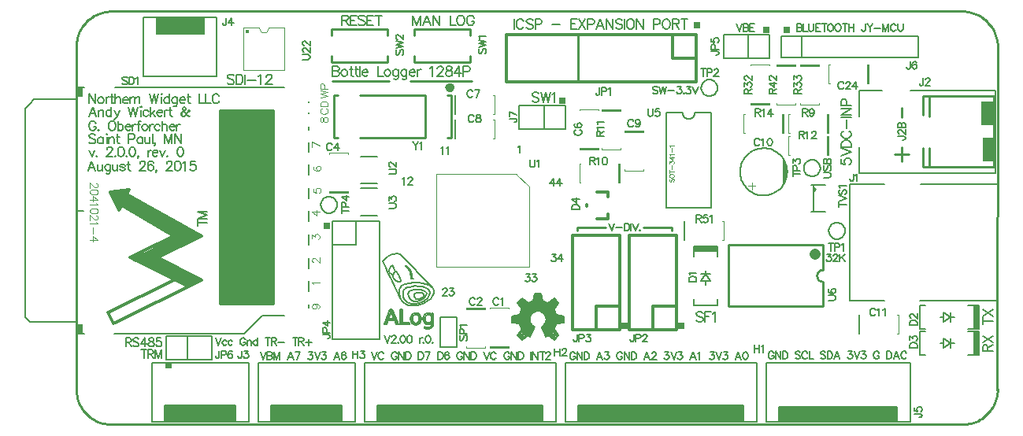
<source format=gto>
%FSLAX25Y25*%
%MOIN*%
G70*
G01*
G75*
%ADD10C,0.00700*%
%ADD11C,0.06000*%
%ADD12O,0.04000X0.02700*%
%ADD13R,0.07874X0.06299*%
%ADD14R,0.06500X0.05500*%
%ADD15R,0.05000X0.05000*%
%ADD16R,0.05500X0.06500*%
%ADD17R,0.04000X0.02700*%
%ADD18O,0.07000X0.10000*%
%ADD19O,0.07000X0.09000*%
%ADD20O,0.02400X0.08000*%
%ADD21R,0.02400X0.08000*%
%ADD22R,0.03600X0.03600*%
%ADD23R,0.05000X0.03600*%
%ADD24R,0.07000X0.01500*%
%ADD25O,0.07000X0.01500*%
%ADD26O,0.07480X0.01969*%
%ADD27O,0.01969X0.07480*%
%ADD28O,0.01969X0.07000*%
%ADD29R,0.01969X0.07480*%
%ADD30O,0.05118X0.01500*%
%ADD31O,0.05118X0.01500*%
%ADD32R,0.05118X0.01500*%
%ADD33R,0.05000X0.03000*%
%ADD34R,0.05906X0.02756*%
%ADD35R,0.11024X0.05906*%
%ADD36R,0.05906X0.03937*%
%ADD37R,0.05906X0.03937*%
%ADD38C,0.01000*%
%ADD39C,0.02000*%
%ADD40C,0.00600*%
%ADD41O,0.10000X0.12000*%
%ADD42C,0.06300*%
%ADD43C,0.06200*%
%ADD44O,0.06500X0.05500*%
%ADD45O,0.06500X0.05000*%
%ADD46O,0.05500X0.06400*%
%ADD47R,0.05500X0.06400*%
%ADD48R,0.06200X0.07200*%
%ADD49O,0.06200X0.07200*%
%ADD50O,0.06000X0.07000*%
%ADD51R,0.06000X0.07000*%
%ADD52O,0.05500X0.06800*%
%ADD53O,0.06400X0.05000*%
%ADD54O,0.06800X0.05000*%
%ADD55R,0.05500X0.06800*%
%ADD56O,0.06800X0.05500*%
%ADD57R,0.06800X0.05500*%
%ADD58O,0.06400X0.05500*%
%ADD59R,0.06000X0.06000*%
%ADD60O,0.08000X0.06000*%
%ADD61O,0.06000X0.07400*%
%ADD62R,0.06000X0.07400*%
%ADD63C,0.23500*%
%ADD64R,0.10000X0.08000*%
%ADD65O,0.10000X0.08000*%
%ADD66C,0.12000*%
%ADD67C,0.04400*%
%ADD68C,0.03200*%
%ADD69C,0.03000*%
%ADD70O,0.02700X0.04000*%
%ADD71O,0.02400X0.07500*%
%ADD72R,0.05000X0.07000*%
%ADD73O,0.02700X0.03500*%
%ADD74R,0.02700X0.04000*%
%ADD75R,0.03600X0.05000*%
%ADD76O,0.03600X0.02700*%
%ADD77O,0.01500X0.05118*%
%ADD78O,0.01500X0.05118*%
%ADD79R,0.01500X0.05118*%
%ADD80O,0.08000X0.02400*%
%ADD81R,0.08000X0.02400*%
%ADD82O,0.05500X0.01600*%
%ADD83R,0.05500X0.01600*%
%ADD84R,0.06000X0.12500*%
%ADD85R,0.09843X0.09843*%
%ADD86R,0.15000X0.10000*%
%ADD87R,0.12500X0.06000*%
%ADD88R,0.08500X0.10800*%
%ADD89R,0.06000X0.10000*%
%ADD90C,0.00800*%
%ADD91C,0.00500*%
%ADD92C,0.00400*%
%ADD93C,0.02200*%
%ADD94C,0.01200*%
%ADD95C,0.03000*%
%ADD96C,0.05000*%
%ADD97C,0.00394*%
%ADD98R,0.22835X0.81937*%
%ADD99R,0.02953X0.04134*%
%ADD100R,0.02953X0.04134*%
%ADD101R,0.03000X0.02800*%
%ADD102R,0.02800X0.03000*%
%ADD103R,0.70000X0.06700*%
%ADD104R,0.01575X0.01575*%
%ADD105R,0.02500X0.02500*%
%ADD106R,0.30000X0.07000*%
%ADD107R,0.20000X0.07000*%
%ADD108R,0.50000X0.06500*%
%ADD109R,0.05200X0.10400*%
%ADD110R,0.05000X0.10400*%
D10*
X302147Y139338D02*
X303773Y137712D01*
X302288Y136227D01*
X300662Y137853D01*
X302147Y139338D01*
Y138513D02*
X302948Y137712D01*
X302288Y137052D01*
X301487Y137853D01*
X302147Y138513D01*
X302218Y137853D02*
Y137712D01*
X300662Y151147D02*
X302288Y152773D01*
X303773Y151288D01*
X302147Y149662D01*
X300662Y151147D01*
X301487D02*
X302288Y151948D01*
X302948Y151288D01*
X302147Y150487D01*
X301487Y151147D01*
X302147Y151217D02*
X302288D01*
X290338Y137853D02*
X288712Y136227D01*
X287227Y137712D01*
X288853Y139338D01*
X290338Y137853D01*
X289513D02*
X288712Y137052D01*
X288052Y137712D01*
X288853Y138513D01*
X289513Y137853D01*
X288853Y137783D02*
X288712D01*
X288853Y149662D02*
X287227Y151288D01*
X288712Y152773D01*
X290338Y151147D01*
X288853Y149662D01*
Y150487D02*
X288052Y151288D01*
X288712Y151948D01*
X289513Y151147D01*
X288853Y150487D01*
X288783Y151147D02*
Y151288D01*
D38*
X416000Y165500D02*
X415043Y165310D01*
X414232Y164768D01*
X413690Y163957D01*
X413500Y163000D01*
X413690Y162043D01*
X414232Y161232D01*
X415043Y160690D01*
X416000Y160500D01*
X183500Y233000D02*
X183563Y232937D01*
Y151000D02*
Y232937D01*
X160957Y233000D02*
X183500D01*
X160728Y233228D02*
X160957Y233000D01*
X160728Y151000D02*
Y233228D01*
Y151000D02*
X183563D01*
X352000Y182000D02*
Y183500D01*
X340000D02*
X352000D01*
X312000Y182000D02*
Y183500D01*
X324000D01*
X115200Y198000D02*
X115900Y196600D01*
X115200Y198000D02*
X116600Y198100D01*
X120100Y197900D02*
X122600Y199500D01*
X119400Y198600D02*
X121600Y197400D01*
X117300Y194600D02*
X119300Y192800D01*
X117300Y194600D02*
X118600Y192000D01*
X148100Y162700D02*
X151000Y161300D01*
X147700Y181500D02*
X151200Y180100D01*
X126400Y171400D02*
X128200Y172600D01*
X208189Y264831D02*
Y267587D01*
X231811D01*
Y264831D02*
Y267587D01*
X208189Y253413D02*
Y256169D01*
Y253413D02*
X231811D01*
Y256169D01*
X376000Y176000D02*
X416000D01*
X376000Y150000D02*
Y176000D01*
Y150000D02*
X416000D01*
Y160500D01*
Y165500D02*
Y176000D01*
X209197Y221445D02*
X210772D01*
X209197Y239555D02*
X210772D01*
X209197Y221555D02*
Y239555D01*
X220220Y221445D02*
X247779D01*
X220220Y239555D02*
X247779D01*
Y221555D02*
Y239555D01*
X257228D02*
X258803D01*
Y221445D02*
Y239555D01*
X257228Y221445D02*
X258803D01*
X461000Y209000D02*
Y217000D01*
X473500Y239000D02*
X488500D01*
Y209000D02*
Y239000D01*
X458500Y209000D02*
X488500D01*
X458500D02*
Y217000D01*
Y239000D02*
X473500D01*
X458500Y231000D02*
Y239000D01*
X461000Y230500D02*
Y239000D01*
X446500Y214500D02*
X452500D01*
X449500Y211500D02*
Y217500D01*
Y230000D02*
Y234000D01*
X241500Y245500D02*
X267500D01*
X208500D02*
X232500D01*
X266811Y253413D02*
Y256169D01*
X243189Y253413D02*
X266811D01*
X243189D02*
Y256169D01*
X266811Y264831D02*
Y267587D01*
X243189D02*
X266811D01*
X243189Y264831D02*
Y267587D01*
X312500Y245000D02*
Y265000D01*
X475000Y100000D02*
X475981Y100032D01*
X476958Y100128D01*
X477926Y100288D01*
X478882Y100511D01*
X479822Y100796D01*
X480740Y101142D01*
X481634Y101547D01*
X482500Y102010D01*
X483334Y102528D01*
X484131Y103100D01*
X484890Y103722D01*
X485607Y104393D01*
X486278Y105110D01*
X486900Y105869D01*
X487472Y106667D01*
X487990Y107500D01*
X488453Y108366D01*
X488858Y109260D01*
X489204Y110178D01*
X489489Y111118D01*
X489712Y112074D01*
X489872Y113042D01*
X489968Y114019D01*
X490000Y115000D01*
Y260000D02*
X489968Y260981D01*
X489872Y261958D01*
X489712Y262926D01*
X489489Y263882D01*
X489204Y264822D01*
X488858Y265740D01*
X488453Y266634D01*
X487990Y267500D01*
X487472Y268334D01*
X486900Y269131D01*
X486278Y269890D01*
X485607Y270607D01*
X484890Y271278D01*
X484131Y271900D01*
X483334Y272472D01*
X482500Y272990D01*
X481634Y273453D01*
X480740Y273858D01*
X479822Y274204D01*
X478882Y274489D01*
X477926Y274712D01*
X476958Y274872D01*
X475981Y274968D01*
X475000Y275000D01*
X115000D02*
X114019Y274968D01*
X113042Y274872D01*
X112074Y274712D01*
X111118Y274489D01*
X110178Y274204D01*
X109260Y273858D01*
X108366Y273453D01*
X107500Y272990D01*
X106667Y272472D01*
X105869Y271900D01*
X105110Y271278D01*
X104393Y270607D01*
X103722Y269890D01*
X103100Y269131D01*
X102528Y268334D01*
X102010Y267500D01*
X101547Y266634D01*
X101142Y265740D01*
X100796Y264822D01*
X100511Y263882D01*
X100288Y262926D01*
X100128Y261958D01*
X100032Y260981D01*
X100000Y260000D01*
Y115000D02*
X100032Y114019D01*
X100128Y113042D01*
X100288Y112074D01*
X100511Y111118D01*
X100796Y110178D01*
X101142Y109260D01*
X101547Y108366D01*
X102010Y107500D01*
X102528Y106667D01*
X103100Y105869D01*
X103722Y105110D01*
X104393Y104393D01*
X105110Y103722D01*
X105869Y103100D01*
X106667Y102528D01*
X107500Y102010D01*
X108366Y101547D01*
X109260Y101142D01*
X110178Y100796D01*
X111118Y100511D01*
X112074Y100288D01*
X113042Y100128D01*
X114019Y100032D01*
X115000Y100000D01*
Y275000D02*
X475000D01*
X100000Y115000D02*
Y260000D01*
X115000Y100000D02*
X475000D01*
X489900Y114300D02*
X490000Y260000D01*
D39*
X259197Y242705D02*
X258697Y243571D01*
X257697D01*
X257197Y242705D01*
X257697Y241839D01*
X258697D01*
X259197Y242705D01*
X147600Y179700D02*
X151200Y180100D01*
X148600Y161300D02*
X151000D01*
D40*
X477500Y129500D02*
X480500D01*
X477500Y139500D02*
X480500D01*
X457000Y129500D02*
Y139500D01*
X480500Y129500D02*
Y139500D01*
X457000D02*
X459500D01*
X457000Y129500D02*
X459500D01*
X481000D02*
Y139500D01*
X481500Y129500D02*
Y139500D01*
X482000Y129500D02*
Y139500D01*
X480500D02*
X482000D01*
X480500Y129500D02*
X482000D01*
X480000D02*
Y139500D01*
X467250Y132500D02*
Y136500D01*
Y132500D02*
X470250Y134500D01*
X467250Y136500D02*
X470250Y134500D01*
Y132500D02*
Y136500D01*
Y134500D02*
X471750D01*
X465750D02*
X467250D01*
X477500Y140500D02*
X480500D01*
X477500Y150500D02*
X480500D01*
X457000Y140500D02*
Y150500D01*
X480500Y140500D02*
Y150500D01*
X457000D02*
X459500D01*
X457000Y140500D02*
X459500D01*
X481000D02*
Y150500D01*
X481500Y140500D02*
Y150500D01*
X482000Y140500D02*
Y150500D01*
X480500D02*
X482000D01*
X480500Y140500D02*
X482000D01*
X480000D02*
Y150500D01*
X467250Y143500D02*
Y147500D01*
Y143500D02*
X470250Y145500D01*
X467250Y147500D02*
X470250Y145500D01*
Y143500D02*
Y147500D01*
Y145500D02*
X471750D01*
X465750D02*
X467250D01*
X371500Y171000D02*
Y174000D01*
X361500Y171000D02*
Y174000D01*
Y150500D02*
X371500D01*
X361500Y174000D02*
X371500D01*
X361500Y150500D02*
Y153000D01*
X371500Y150500D02*
Y153000D01*
X361500Y174500D02*
X371500D01*
X361500Y175000D02*
X371500D01*
X361500Y175500D02*
X371500D01*
X361500Y174000D02*
Y175500D01*
X371500Y174000D02*
Y175500D01*
X361500Y173500D02*
X371500D01*
X364500Y160750D02*
X368500D01*
X366500Y163750D02*
X368500Y160750D01*
X364500D02*
X366500Y163750D01*
X364500D02*
X368500D01*
X366500D02*
Y165250D01*
Y159250D02*
Y160750D01*
X431500Y206500D02*
X489000D01*
Y241500D01*
X208500Y251699D02*
Y247500D01*
Y251699D02*
X210300D01*
X210899Y251499D01*
X211099Y251299D01*
X211299Y250899D01*
Y250499D01*
X211099Y250099D01*
X210899Y249900D01*
X210300Y249699D01*
X208500D02*
X210300D01*
X210899Y249500D01*
X211099Y249300D01*
X211299Y248900D01*
Y248300D01*
X211099Y247900D01*
X210899Y247700D01*
X210300Y247500D01*
X208500D01*
X213239Y250299D02*
X212839Y250099D01*
X212439Y249699D01*
X212239Y249100D01*
Y248700D01*
X212439Y248100D01*
X212839Y247700D01*
X213239Y247500D01*
X213839D01*
X214239Y247700D01*
X214639Y248100D01*
X214839Y248700D01*
Y249100D01*
X214639Y249699D01*
X214239Y250099D01*
X213839Y250299D01*
X213239D01*
X216358Y251699D02*
Y248300D01*
X216558Y247700D01*
X216958Y247500D01*
X217358D01*
X215758Y250299D02*
X217158D01*
X218558Y251699D02*
Y248300D01*
X218758Y247700D01*
X219158Y247500D01*
X219558D01*
X217958Y250299D02*
X219358D01*
X220158Y251699D02*
Y247500D01*
X221037Y249100D02*
X223437D01*
Y249500D01*
X223237Y249900D01*
X223037Y250099D01*
X222637Y250299D01*
X222037D01*
X221637Y250099D01*
X221237Y249699D01*
X221037Y249100D01*
Y248700D01*
X221237Y248100D01*
X221637Y247700D01*
X222037Y247500D01*
X222637D01*
X223037Y247700D01*
X223437Y248100D01*
X227636Y251699D02*
Y247500D01*
X230035D01*
X231495Y250299D02*
X231095Y250099D01*
X230695Y249699D01*
X230495Y249100D01*
Y248700D01*
X230695Y248100D01*
X231095Y247700D01*
X231495Y247500D01*
X232095D01*
X232495Y247700D01*
X232895Y248100D01*
X233095Y248700D01*
Y249100D01*
X232895Y249699D01*
X232495Y250099D01*
X232095Y250299D01*
X231495D01*
X236414D02*
Y247100D01*
X236214Y246500D01*
X236014Y246300D01*
X235614Y246100D01*
X235014D01*
X234614Y246300D01*
X236414Y249699D02*
X236014Y250099D01*
X235614Y250299D01*
X235014D01*
X234614Y250099D01*
X234214Y249699D01*
X234015Y249100D01*
Y248700D01*
X234214Y248100D01*
X234614Y247700D01*
X235014Y247500D01*
X235614D01*
X236014Y247700D01*
X236414Y248100D01*
X239933Y250299D02*
Y247100D01*
X239733Y246500D01*
X239533Y246300D01*
X239133Y246100D01*
X238534D01*
X238134Y246300D01*
X239933Y249699D02*
X239533Y250099D01*
X239133Y250299D01*
X238534D01*
X238134Y250099D01*
X237734Y249699D01*
X237534Y249100D01*
Y248700D01*
X237734Y248100D01*
X238134Y247700D01*
X238534Y247500D01*
X239133D01*
X239533Y247700D01*
X239933Y248100D01*
X241053Y249100D02*
X243453D01*
Y249500D01*
X243253Y249900D01*
X243053Y250099D01*
X242653Y250299D01*
X242053D01*
X241653Y250099D01*
X241253Y249699D01*
X241053Y249100D01*
Y248700D01*
X241253Y248100D01*
X241653Y247700D01*
X242053Y247500D01*
X242653D01*
X243053Y247700D01*
X243453Y248100D01*
X244352Y250299D02*
Y247500D01*
Y249100D02*
X244552Y249699D01*
X244952Y250099D01*
X245352Y250299D01*
X245952D01*
X249631Y250899D02*
X250031Y251099D01*
X250631Y251699D01*
Y247500D01*
X252910Y250699D02*
Y250899D01*
X253110Y251299D01*
X253310Y251499D01*
X253710Y251699D01*
X254510D01*
X254910Y251499D01*
X255110Y251299D01*
X255310Y250899D01*
Y250499D01*
X255110Y250099D01*
X254710Y249500D01*
X252711Y247500D01*
X255510D01*
X257450Y251699D02*
X256850Y251499D01*
X256650Y251099D01*
Y250699D01*
X256850Y250299D01*
X257250Y250099D01*
X258049Y249900D01*
X258649Y249699D01*
X259049Y249300D01*
X259249Y248900D01*
Y248300D01*
X259049Y247900D01*
X258849Y247700D01*
X258249Y247500D01*
X257450D01*
X256850Y247700D01*
X256650Y247900D01*
X256450Y248300D01*
Y248900D01*
X256650Y249300D01*
X257050Y249699D01*
X257649Y249900D01*
X258449Y250099D01*
X258849Y250299D01*
X259049Y250699D01*
Y251099D01*
X258849Y251499D01*
X258249Y251699D01*
X257450D01*
X262189D02*
X260189Y248900D01*
X263188D01*
X262189Y251699D02*
Y247500D01*
X263928Y249500D02*
X265728D01*
X266328Y249699D01*
X266528Y249900D01*
X266727Y250299D01*
Y250899D01*
X266528Y251299D01*
X266328Y251499D01*
X265728Y251699D01*
X263928D01*
Y247500D01*
D90*
X425500Y182000D02*
X425358Y182986D01*
X424944Y183892D01*
X424292Y184645D01*
X423454Y185184D01*
X422498Y185464D01*
X421502Y185464D01*
X420546Y185184D01*
X419708Y184645D01*
X419056Y183892D01*
X418642Y182986D01*
X418500Y182000D01*
X418642Y181014D01*
X419056Y180108D01*
X419708Y179355D01*
X420546Y178816D01*
X421502Y178536D01*
X422498Y178536D01*
X423454Y178816D01*
X424292Y179355D01*
X424944Y180108D01*
X425358Y181014D01*
X425500Y182000D01*
X401000Y207000D02*
X400950Y207996D01*
X400802Y208981D01*
X400556Y209948D01*
X400215Y210884D01*
X399782Y211783D01*
X399262Y212633D01*
X398660Y213428D01*
X397982Y214159D01*
X397235Y214818D01*
X396426Y215400D01*
X395562Y215899D01*
X394653Y216309D01*
X393708Y216626D01*
X392737Y216848D01*
X391747Y216972D01*
X390751Y216997D01*
X389757Y216922D01*
X388775Y216749D01*
X387815Y216479D01*
X386887Y216115D01*
X386000Y215660D01*
X385163Y215119D01*
X384383Y214498D01*
X383669Y213802D01*
X383029Y213038D01*
X382467Y212214D01*
X381990Y211339D01*
X381603Y210420D01*
X381309Y209468D01*
X381112Y208490D01*
X381012Y207499D01*
Y206502D01*
X381112Y205510D01*
X381309Y204532D01*
X381603Y203580D01*
X381990Y202661D01*
X382467Y201786D01*
X383029Y200962D01*
X383669Y200198D01*
X384383Y199502D01*
X385163Y198881D01*
X386000Y198340D01*
X386887Y197885D01*
X387815Y197521D01*
X388775Y197251D01*
X389756Y197078D01*
X390751Y197003D01*
X391747Y197028D01*
X392737Y197152D01*
X393708Y197374D01*
X394653Y197691D01*
X395562Y198101D01*
X396426Y198600D01*
X397235Y199182D01*
X397982Y199841D01*
X398660Y200572D01*
X399262Y201367D01*
X399782Y202218D01*
X400215Y203116D01*
X400556Y204052D01*
X400802Y205018D01*
X400950Y206004D01*
X401000Y207000D01*
X371500Y242500D02*
X371358Y243486D01*
X370944Y244392D01*
X370292Y245145D01*
X369454Y245684D01*
X368498Y245964D01*
X367502Y245964D01*
X366546Y245684D01*
X365708Y245145D01*
X365056Y244392D01*
X364642Y243486D01*
X364500Y242500D01*
X364642Y241514D01*
X365056Y240608D01*
X365708Y239855D01*
X366546Y239316D01*
X367502Y239036D01*
X368498Y239036D01*
X369454Y239316D01*
X370292Y239855D01*
X370944Y240608D01*
X371358Y241514D01*
X371500Y242500D01*
X415000Y208500D02*
X414858Y209486D01*
X414444Y210392D01*
X413792Y211145D01*
X412954Y211684D01*
X411998Y211964D01*
X411002Y211964D01*
X410046Y211684D01*
X409208Y211145D01*
X408556Y210392D01*
X408142Y209486D01*
X408000Y208500D01*
X408142Y207514D01*
X408556Y206608D01*
X409208Y205855D01*
X410046Y205316D01*
X411002Y205036D01*
X411998Y205036D01*
X412954Y205316D01*
X413792Y205855D01*
X414444Y206608D01*
X414858Y207514D01*
X415000Y208500D01*
X210500Y193000D02*
X210358Y193986D01*
X209944Y194892D01*
X209292Y195645D01*
X208454Y196184D01*
X207498Y196464D01*
X206502Y196464D01*
X205546Y196184D01*
X204708Y195645D01*
X204056Y194892D01*
X203642Y193986D01*
X203500Y193000D01*
X203642Y192014D01*
X204056Y191108D01*
X204708Y190355D01*
X205546Y189816D01*
X206502Y189536D01*
X207498Y189536D01*
X208454Y189816D01*
X209292Y190355D01*
X209944Y191108D01*
X210358Y192014D01*
X210500Y193000D01*
X382500Y101100D02*
Y107900D01*
X312500Y108000D02*
X382500D01*
X388100Y101000D02*
Y126000D01*
X307200D02*
X388100D01*
X307200Y101000D02*
X388100D01*
X307200D02*
Y126000D01*
X312500Y101000D02*
Y107800D01*
X247500Y143000D02*
Y145500D01*
X250500Y143000D02*
Y146500D01*
Y143000D02*
X251000Y142500D01*
X243500Y147000D02*
X244000D01*
X245500Y145500D01*
Y143500D02*
Y145500D01*
X244500Y142500D02*
X245500Y143500D01*
X243000Y142500D02*
X244500D01*
X242000Y143500D02*
X243000Y142500D01*
X242000Y143500D02*
Y145500D01*
X243000Y146500D01*
X237500Y142500D02*
Y148500D01*
X233500D02*
X236000Y142500D01*
X231000D02*
X233500Y148500D01*
X249300Y159409D02*
X250600Y158055D01*
X247500Y161300D02*
X249300Y159409D01*
X246600Y162300D02*
X247500Y161300D01*
X244600Y164400D02*
X246600Y162300D01*
X243300Y165800D02*
X244600Y164400D01*
X241600Y167600D02*
X243300Y165800D01*
X239830Y169400D02*
X241600Y167600D01*
X238426Y170900D02*
X239830Y169400D01*
X237476Y171900D02*
X238426Y170900D01*
X237140Y153382D02*
X237317Y153006D01*
X235959Y155878D02*
X237140Y153382D01*
X235082Y157732D02*
X235959Y155878D01*
X233422Y161300D02*
X235082Y157732D01*
X231939Y164400D02*
X233422Y161300D01*
X231035Y166300D02*
X231939Y164400D01*
X230480Y167700D02*
X231035Y166300D01*
X229855Y169200D02*
X230480Y167700D01*
X237131Y172000D02*
X237583Y171800D01*
X236669Y172200D02*
X237131Y172000D01*
X236159Y172300D02*
X236669Y172200D01*
X235681Y172300D02*
X236159D01*
X235352Y172400D02*
X235681Y172300D01*
X234658Y172200D02*
X235352Y172400D01*
X233881Y172100D02*
X234658Y172200D01*
X233181Y171800D02*
X233881Y172100D01*
X232507Y171400D02*
X233181Y171800D01*
X231919Y171000D02*
X232507Y171400D01*
X231215Y170500D02*
X231919Y171000D01*
X230356Y169700D02*
X231215Y170500D01*
X229913Y169200D02*
X230356Y169700D01*
X241100Y158254D02*
X242400Y158534D01*
X243400Y158607D01*
X244900Y158573D01*
X246600Y158341D01*
X247600Y158049D01*
X248700Y157486D01*
X249500Y156605D01*
X249900Y155770D01*
X249600Y154661D02*
X249900Y155770D01*
X249200Y154012D02*
X249600Y154661D01*
X248700Y153302D02*
X249200Y154012D01*
X247600Y152410D02*
X248700Y153302D01*
X246400Y151813D02*
X247600Y152410D01*
X245200Y151395D02*
X246400Y151813D01*
X243800Y151099D02*
X245200Y151395D01*
X242000Y151051D02*
X243800Y151099D01*
X240677Y151424D02*
X242000Y151051D01*
X240026Y151828D02*
X240677Y151424D01*
X239062Y152721D02*
X240026Y151828D01*
X238591Y153753D02*
X239062Y152721D01*
X238424Y154746D02*
X238591Y153753D01*
X238371Y155607D02*
X238424Y154746D01*
X238371Y155607D02*
X238508Y156558D01*
X238831Y157145D01*
X239275Y157579D01*
X240166Y158050D01*
X240768Y158216D01*
X241100Y158254D01*
X251200Y142901D02*
Y147071D01*
X250400D02*
X251200D01*
X250400Y146348D02*
Y147071D01*
X249800Y146977D02*
X250400Y146348D01*
X248900Y147185D02*
X249800Y146977D01*
X248100Y147019D02*
X248900Y147185D01*
X247500Y146518D02*
X248100Y147019D01*
X247100Y145741D02*
X247500Y146518D01*
X246900Y144746D02*
X247100Y145741D01*
X246900Y144746D02*
X247100Y143754D01*
X247500Y142978D01*
X248100Y142478D01*
X248900Y142311D01*
X249800Y142519D01*
X250400Y143148D01*
Y142761D02*
Y143148D01*
X250300Y142053D02*
X250400Y142761D01*
X250000Y141550D02*
X250300Y142053D01*
X249500Y141248D02*
X250000Y141550D01*
X248900Y141146D02*
X249500Y141248D01*
X248200Y141235D02*
X248900Y141146D01*
X247500Y141511D02*
X248200Y141235D01*
X247500Y140751D02*
Y141511D01*
Y140751D02*
X248200Y140564D01*
X249000Y140500D01*
X250000Y140650D01*
X250600Y141095D01*
X251000Y141843D01*
X251200Y142901D01*
X250300Y143995D02*
X250400Y144746D01*
X250000Y143433D02*
X250300Y143995D01*
X249600Y143082D02*
X250000Y143433D01*
X249100Y142965D02*
X249600Y143082D01*
X248500D02*
X249100Y142965D01*
X248100Y143433D02*
X248500Y143082D01*
X247800Y143995D02*
X248100Y143433D01*
X247700Y144746D02*
X247800Y143995D01*
X247700Y144746D02*
X247800Y145500D01*
X248100Y146063D01*
X248500Y146414D01*
X249100Y146531D01*
X249600Y146414D01*
X250000Y146063D01*
X250300Y145500D01*
X250400Y144746D01*
X242900Y147020D02*
X243800Y147185D01*
X242200Y146522D02*
X242900Y147020D01*
X241700Y145732D02*
X242200Y146522D01*
X241600Y144686D02*
X241700Y145732D01*
X241600Y144686D02*
X241700Y143643D01*
X242200Y142850D01*
X242900Y142353D01*
X243800Y142187D01*
X244700Y142353D01*
X245400Y142850D01*
X245800Y143643D01*
X246000Y144686D01*
X245800Y145732D02*
X246000Y144686D01*
X245400Y146522D02*
X245800Y145732D01*
X244700Y147020D02*
X245400Y146522D01*
X243800Y147185D02*
X244700Y147020D01*
X243800Y146522D02*
X244300Y146398D01*
X244800Y146025D01*
X245000Y145444D01*
X245100Y144686D01*
X245000Y143926D02*
X245100Y144686D01*
X244800Y143343D02*
X245000Y143926D01*
X244300Y142974D02*
X244800Y143343D01*
X243800Y142850D02*
X244300Y142974D01*
X243200Y142972D02*
X243800Y142850D01*
X242800Y143339D02*
X243200Y142972D01*
X242500Y143922D02*
X242800Y143339D01*
X242400Y144686D02*
X242500Y143922D01*
X242400Y144686D02*
X242500Y145449D01*
X242800Y146029D01*
X243200Y146399D01*
X243800Y146522D01*
X237231Y142311D02*
Y148656D01*
Y142311D02*
X241200D01*
Y143033D01*
X238090D02*
X241200D01*
X238090D02*
Y148656D01*
X237231D02*
X238090D01*
X230494Y142311D02*
X232917Y148656D01*
X230494Y142311D02*
X231400D01*
X231978Y143938D01*
X234838D01*
X235416Y142311D01*
X236309D01*
X233891Y148656D02*
X236309Y142311D01*
X232917Y148656D02*
X233891D01*
X233402Y147810D02*
X234571Y144652D01*
X232237D02*
X234571D01*
X232237D02*
X233402Y147810D01*
X242500Y161700D02*
X242700Y161600D01*
X242200Y161900D02*
X242500Y161700D01*
X242100Y162000D02*
X242200Y161900D01*
X242100Y162000D02*
Y162200D01*
Y162700D01*
X242000Y163600D02*
X242100Y162700D01*
X241900Y164500D02*
X242000Y163600D01*
X241700Y164800D02*
X241900Y164500D01*
X241300Y165500D02*
X241700Y164800D01*
X240795Y166200D02*
X241300Y165500D01*
X240301Y166800D02*
X240795Y166200D01*
X239920Y167200D02*
X240301Y166800D01*
X239769Y167400D02*
X239920Y167200D01*
X239548D02*
X239769Y167400D01*
X239548Y167200D02*
X239659Y167000D01*
X239943Y166600D01*
X240365Y166000D01*
X240815Y165400D01*
X241200Y165000D01*
X241400Y164700D01*
X241500Y164300D01*
X241600Y163700D01*
X241700Y162500D01*
Y162000D02*
Y162500D01*
Y161800D02*
Y162000D01*
X233081Y166800D02*
X233667Y167500D01*
X232710Y166200D02*
X233081Y166800D01*
X232506Y165500D02*
X232710Y166200D01*
X232506Y165500D02*
X232547Y164800D01*
X232834Y164200D01*
X233307Y163600D01*
X234118Y163100D01*
X234604Y166100D02*
X235214Y164900D01*
X233980Y167100D02*
X234604Y166100D01*
X233752Y167400D02*
X233980Y167100D01*
X233667Y167500D02*
X233752Y167400D01*
X234475Y164100D02*
X235327Y165100D01*
X234163Y163100D02*
X234475Y164100D01*
X234163Y163100D02*
X234189Y162500D01*
X234449Y161900D01*
X234817Y161400D01*
X235460Y160843D01*
X236347Y160479D01*
X236833Y160433D01*
X237201Y160536D01*
X237380Y160759D01*
X237384Y161200D01*
X237169Y161900D02*
X237384Y161200D01*
X236876Y162600D02*
X237169Y161900D01*
X236539Y163300D02*
X236876Y162600D01*
X236190Y163900D02*
X236539Y163300D01*
X235861Y164400D02*
X236190Y163900D01*
X235586Y164800D02*
X235861Y164400D01*
X235397Y165000D02*
X235586Y164800D01*
X235327Y165100D02*
X235397Y165000D01*
X244000Y155722D02*
X244700Y155843D01*
X245800Y155797D01*
X246300Y155665D01*
X246800Y155444D01*
X247200Y154931D01*
X247100Y154436D02*
X247200Y154931D01*
X246800Y153926D02*
X247100Y154436D01*
X246400Y153602D02*
X246800Y153926D01*
X245300Y153182D02*
X246400Y153602D01*
X244500Y153100D02*
X245300Y153182D01*
X243900Y153244D02*
X244500Y153100D01*
X243300Y153773D02*
X243900Y153244D01*
X243100Y154182D02*
X243300Y153773D01*
X243000Y154763D02*
X243100Y154182D01*
X243000Y154763D02*
X243100Y155147D01*
X243300Y155414D01*
X243800Y155669D01*
X244000Y155722D01*
X242400Y156961D02*
X243400Y157162D01*
X244800Y157186D01*
X245800Y157078D01*
X246700Y156847D01*
X247500Y156449D01*
X248000Y155973D01*
X248300Y155502D01*
X248200Y154795D02*
X248300Y155502D01*
X247600Y153814D02*
X248200Y154795D01*
X247500Y153657D02*
X247600Y153814D01*
X246800Y153061D02*
X247500Y153657D01*
X246100Y152709D02*
X246800Y153061D01*
X244600Y152244D02*
X246100Y152709D01*
X243200Y152140D02*
X244600Y152244D01*
X242200Y152403D02*
X243200Y152140D01*
X241400Y152989D02*
X242200Y152403D01*
X240958Y153443D02*
X241400Y152989D01*
X240679Y154329D02*
X240958Y153443D01*
X240608Y155195D02*
X240679Y154329D01*
X240608Y155195D02*
X240757Y155967D01*
X241200Y156475D01*
X241600Y156729D01*
X242000Y156876D01*
X242300Y156945D01*
X242400Y156961D01*
X240144Y159613D02*
X241200Y159865D01*
X242900Y160051D01*
X244000Y160071D01*
X245000Y160031D01*
X246500Y159861D01*
X248200Y159498D01*
X249200Y159089D01*
X250000Y158624D01*
X250700Y157978D01*
X251500Y156759D01*
X251400Y155519D02*
X251500Y156759D01*
X250800Y154332D02*
X251400Y155519D01*
X250000Y153239D02*
X250800Y154332D01*
X248900Y152319D02*
X250000Y153239D01*
X247500Y151500D02*
X248900Y152319D01*
X245800Y150864D02*
X247500Y151500D01*
X244200Y150470D02*
X245800Y150864D01*
X242100Y150300D02*
X244200Y150470D01*
X240884Y150413D02*
X242100Y150300D01*
X239705Y150821D02*
X240884Y150413D01*
X238461Y151637D02*
X239705Y150821D01*
X237633Y152483D02*
X238461Y151637D01*
X237025Y153799D02*
X237633Y152483D01*
X236773Y155501D02*
X237025Y153799D01*
X236737Y156205D02*
X236773Y155501D01*
X236737Y156205D02*
X236824Y157132D01*
X237122Y157874D01*
X237924Y158761D01*
X239179Y159395D01*
X239866Y159572D01*
X240144Y159613D01*
X399500Y202000D02*
Y212000D01*
X400000Y203500D02*
Y210500D01*
X400500Y205000D02*
Y209000D01*
X220500Y188500D02*
X227500D01*
X220500Y200000D02*
X227500D01*
X411000Y201500D02*
X417000D01*
X411000Y190000D02*
X417000D01*
X412000D02*
Y201500D01*
Y200500D02*
X413000Y199500D01*
X412000Y198500D02*
X413000Y199500D01*
X132200Y101000D02*
Y126000D01*
X167500Y101000D02*
Y108000D01*
X137500Y101000D02*
Y108000D01*
X167500D01*
X132200Y126000D02*
X173000D01*
X132200Y101000D02*
X173000D01*
Y126000D01*
X154000Y265500D02*
Y272500D01*
X159300Y247500D02*
Y272500D01*
X134000Y265500D02*
X154000D01*
X134000D02*
Y272500D01*
X128400D02*
X159300D01*
X128400Y247500D02*
X159300D01*
X128400D02*
Y272500D01*
X397500Y107500D02*
X447500D01*
X397500Y101000D02*
Y107500D01*
X447500Y101000D02*
Y107500D01*
X453000Y101000D02*
Y126000D01*
X392200Y101000D02*
X453000D01*
X392200Y126000D02*
X453000D01*
X392200Y101000D02*
Y126000D01*
X398500Y264500D02*
X456500D01*
Y255500D02*
Y264500D01*
X398500Y255500D02*
X456500D01*
X407000D02*
Y264500D01*
X398500Y255500D02*
Y264500D01*
X220500Y213500D02*
X227500D01*
X220500Y202000D02*
X227500D01*
Y101000D02*
Y107800D01*
X222200Y101000D02*
Y126000D01*
Y101000D02*
X303100D01*
X222200Y126000D02*
X303100D01*
Y101000D02*
Y126000D01*
X227500Y108000D02*
X297500D01*
Y101100D02*
Y107900D01*
X218000Y101000D02*
Y126000D01*
X177200Y101000D02*
X218000D01*
X177200Y126000D02*
X218000D01*
X182500Y108000D02*
X212500D01*
X182500Y101000D02*
Y108000D01*
X212500Y101000D02*
Y108000D01*
X177200Y101000D02*
Y126000D01*
D91*
X298712Y137612D02*
X299590Y138095D01*
X300398Y138689D01*
X301120Y139383D01*
X301744Y140167D01*
X302260Y141027D01*
X302658Y141946D01*
X302932Y142910D01*
X303076Y143902D01*
X303089Y144904D01*
X302970Y145899D01*
X302721Y146870D01*
X302346Y147800D01*
X301853Y148672D01*
X301249Y149471D01*
X300544Y150185D01*
X299753Y150799D01*
X298887Y151304D01*
X297962Y151690D01*
X296995Y151952D01*
X296001Y152084D01*
X294999D01*
X294005Y151952D01*
X293038Y151690D01*
X292113Y151304D01*
X291248Y150799D01*
X290456Y150185D01*
X289752Y149471D01*
X289147Y148672D01*
X288654Y147800D01*
X288279Y146870D01*
X288030Y145899D01*
X287911Y144904D01*
X287924Y143902D01*
X288068Y142910D01*
X288342Y141946D01*
X288740Y141027D01*
X289256Y140167D01*
X289880Y139383D01*
X290602Y138689D01*
X291410Y138095D01*
X292288Y137612D01*
X298543Y137975D02*
X299416Y138458D01*
X300214Y139058D01*
X300921Y139762D01*
X301524Y140557D01*
X302012Y141428D01*
X302374Y142358D01*
X302604Y143329D01*
X302698Y144323D01*
X302653Y145320D01*
X302471Y146301D01*
X302155Y147248D01*
X301711Y148142D01*
X301148Y148966D01*
X300476Y149704D01*
X299709Y150342D01*
X298860Y150868D01*
X297947Y151271D01*
X296988Y151545D01*
X295999Y151683D01*
X295001Y151683D01*
X294012Y151545D01*
X293053Y151271D01*
X292140Y150868D01*
X291291Y150342D01*
X290524Y149704D01*
X289852Y148966D01*
X289289Y148142D01*
X288845Y147248D01*
X288529Y146301D01*
X288347Y145320D01*
X288302Y144323D01*
X288396Y143329D01*
X288626Y142358D01*
X288988Y141428D01*
X289476Y140557D01*
X290079Y139762D01*
X290786Y139058D01*
X291584Y138458D01*
X292457Y137975D01*
X298374Y138337D02*
X299241Y138822D01*
X300029Y139427D01*
X300719Y140141D01*
X301299Y140948D01*
X301754Y141831D01*
X302077Y142771D01*
X302258Y143748D01*
X302296Y144740D01*
X302188Y145728D01*
X301938Y146690D01*
X301550Y147604D01*
X301033Y148453D01*
X300398Y149217D01*
X299659Y149880D01*
X298830Y150429D01*
X297931Y150851D01*
X296980Y151137D01*
X295997Y151282D01*
X295003D01*
X294020Y151137D01*
X293069Y150851D01*
X292170Y150429D01*
X291341Y149880D01*
X290602Y149217D01*
X289967Y148453D01*
X289450Y147604D01*
X289062Y146690D01*
X288812Y145728D01*
X288704Y144740D01*
X288742Y143748D01*
X288924Y142771D01*
X289246Y141831D01*
X289701Y140948D01*
X290281Y140141D01*
X290971Y139427D01*
X291759Y138822D01*
X292626Y138337D01*
X298205Y138700D02*
X299066Y139185D01*
X299841Y139798D01*
X300514Y140522D01*
X301066Y141342D01*
X301486Y142236D01*
X301763Y143185D01*
X301891Y144165D01*
X301867Y145153D01*
X301690Y146126D01*
X301366Y147059D01*
X300902Y147932D01*
X300309Y148723D01*
X299602Y149413D01*
X298796Y149986D01*
X297912Y150428D01*
X296971Y150729D01*
X295994Y150881D01*
X295006D01*
X294029Y150729D01*
X293088Y150428D01*
X292204Y149986D01*
X291398Y149413D01*
X290691Y148723D01*
X290098Y147932D01*
X289634Y147059D01*
X289310Y146126D01*
X289133Y145153D01*
X289109Y144165D01*
X289237Y143185D01*
X289514Y142236D01*
X289934Y141342D01*
X290486Y140522D01*
X291159Y139798D01*
X291934Y139185D01*
X292795Y138700D01*
X298036Y139062D02*
X298915Y139566D01*
X299696Y140211D01*
X300358Y140979D01*
X300881Y141846D01*
X301251Y142790D01*
X301457Y143782D01*
X301493Y144794D01*
X301358Y145799D01*
X301056Y146766D01*
X300595Y147668D01*
X299989Y148481D01*
X299255Y149179D01*
X298415Y149744D01*
X297491Y150160D01*
X296510Y150414D01*
X295500Y150500D01*
X294490Y150414D01*
X293510Y150160D01*
X292585Y149744D01*
X291744Y149179D01*
X291011Y148481D01*
X290405Y147668D01*
X289944Y146766D01*
X289642Y145799D01*
X289507Y144794D01*
X289543Y143782D01*
X289749Y142790D01*
X290119Y141846D01*
X290642Y140979D01*
X291304Y140211D01*
X292085Y139566D01*
X292964Y139062D01*
X297867Y139425D02*
X298739Y139931D01*
X299506Y140586D01*
X300143Y141368D01*
X300629Y142252D01*
X300949Y143209D01*
X301092Y144207D01*
X301054Y145215D01*
X300836Y146200D01*
X300445Y147129D01*
X299893Y147973D01*
X299199Y148705D01*
X298384Y149300D01*
X297476Y149740D01*
X296504Y150009D01*
X295500Y150100D01*
X294496Y150009D01*
X293524Y149740D01*
X292616Y149300D01*
X291802Y148705D01*
X291107Y147973D01*
X290556Y147129D01*
X290164Y146200D01*
X289946Y145215D01*
X289908Y144207D01*
X290051Y143209D01*
X290371Y142252D01*
X290857Y141368D01*
X291494Y140586D01*
X292261Y139931D01*
X293133Y139425D01*
X297698Y139787D02*
X298562Y140297D01*
X299312Y140963D01*
X299920Y141761D01*
X300364Y142661D01*
X300626Y143629D01*
X300698Y144630D01*
X300577Y145625D01*
X300266Y146579D01*
X299778Y147456D01*
X299131Y148222D01*
X298348Y148851D01*
X297460Y149317D01*
X296498Y149603D01*
X295500Y149700D01*
X294501Y149603D01*
X293540Y149317D01*
X292652Y148851D01*
X291869Y148222D01*
X291222Y147456D01*
X290734Y146579D01*
X290423Y145625D01*
X290302Y144630D01*
X290373Y143629D01*
X290636Y142661D01*
X291080Y141761D01*
X291688Y140963D01*
X292438Y140297D01*
X293302Y139787D01*
X297529Y140150D02*
X298384Y140663D01*
X299114Y141341D01*
X299689Y142156D01*
X300083Y143072D01*
X300279Y144050D01*
X300269Y145047D01*
X300053Y146020D01*
X299641Y146928D01*
X299050Y147731D01*
X298306Y148395D01*
X297441Y148890D01*
X296492Y149196D01*
X295500Y149300D01*
X294508Y149197D01*
X293560Y148890D01*
X292694Y148395D01*
X291950Y147731D01*
X291359Y146928D01*
X290947Y146020D01*
X290731Y145047D01*
X290721Y144050D01*
X290917Y143072D01*
X291311Y142156D01*
X291886Y141341D01*
X292616Y140663D01*
X293471Y140150D01*
X297359Y140512D02*
X298204Y141029D01*
X298911Y141721D01*
X299446Y142554D01*
X299781Y143485D01*
X299900Y144468D01*
X299796Y145452D01*
X299474Y146388D01*
X298951Y147229D01*
X298254Y147932D01*
X297417Y148460D01*
X296484Y148789D01*
X295500Y148900D01*
X294516Y148789D01*
X293583Y148460D01*
X292746Y147932D01*
X292049Y147229D01*
X291526Y146388D01*
X291204Y145452D01*
X291100Y144468D01*
X291219Y143485D01*
X291554Y142554D01*
X292089Y141721D01*
X292796Y141029D01*
X293640Y140512D01*
X296979Y141328D02*
X297811Y141871D01*
X298456Y142626D01*
X298864Y143532D01*
X299000Y144516D01*
X298854Y145499D01*
X298439Y146401D01*
X297786Y147150D01*
X296950Y147686D01*
X295997Y147965D01*
X295003D01*
X294050Y147686D01*
X293214Y147150D01*
X292561Y146401D01*
X292145Y145499D01*
X292000Y144516D01*
X292137Y143532D01*
X292544Y142626D01*
X293189Y141871D01*
X294021Y141328D01*
X297233Y140784D02*
X298085Y141318D01*
X298782Y142043D01*
X299282Y142916D01*
X299553Y143884D01*
X299581Y144890D01*
X299364Y145872D01*
X298914Y146771D01*
X298258Y147534D01*
X297436Y148114D01*
X296498Y148477D01*
X295500Y148600D01*
X294502Y148477D01*
X293564Y148114D01*
X292742Y147534D01*
X292087Y146771D01*
X291636Y145872D01*
X291419Y144890D01*
X291446Y143884D01*
X291718Y142916D01*
X292218Y142043D01*
X292915Y141318D01*
X293767Y140784D01*
X296979Y141328D02*
X297811Y141871D01*
X298456Y142626D01*
X298864Y143532D01*
X299000Y144516D01*
X298854Y145499D01*
X298439Y146401D01*
X297786Y147150D01*
X296950Y147686D01*
X295997Y147965D01*
X295003D01*
X294050Y147686D01*
X293214Y147150D01*
X292561Y146401D01*
X292145Y145499D01*
X292000Y144516D01*
X292137Y143532D01*
X292544Y142626D01*
X293189Y141871D01*
X294021Y141328D01*
X298881Y137250D02*
X299764Y137731D01*
X300580Y138320D01*
X301315Y139006D01*
X301959Y139779D01*
X302500Y140627D01*
X302931Y141536D01*
X303244Y142492D01*
X303435Y143480D01*
X303500Y144484D01*
X303439Y145488D01*
X303252Y146476D01*
X302943Y147433D01*
X302516Y148344D01*
X301978Y149194D01*
X301338Y149970D01*
X300605Y150660D01*
X299792Y151251D01*
X298910Y151737D01*
X297975Y152107D01*
X297001Y152358D01*
X296003Y152484D01*
X294997Y152484D01*
X293999Y152358D01*
X293025Y152108D01*
X292090Y151737D01*
X291209Y151251D01*
X290395Y150660D01*
X289663Y149970D01*
X289022Y149194D01*
X288484Y148344D01*
X288057Y147434D01*
X287748Y146476D01*
X287561Y145488D01*
X287500Y144484D01*
X287565Y143480D01*
X287756Y142492D01*
X288069Y141536D01*
X288500Y140627D01*
X289041Y139779D01*
X289685Y139006D01*
X290420Y138320D01*
X291236Y137731D01*
X292119Y137250D01*
X297064Y141147D02*
X297903Y141686D01*
X298567Y142431D01*
X299009Y143326D01*
X299195Y144306D01*
X299112Y145301D01*
X298767Y146237D01*
X298184Y147047D01*
X297406Y147671D01*
X296489Y148065D01*
X295500Y148200D01*
X294511Y148065D01*
X293594Y147671D01*
X292816Y147047D01*
X292233Y146237D01*
X291888Y145301D01*
X291805Y144306D01*
X291991Y143326D01*
X292433Y142431D01*
X293097Y141686D01*
X293936Y141147D01*
X356720Y231945D02*
X356915Y230966D01*
X357470Y230135D01*
X358300Y229581D01*
X359279Y229386D01*
X360259Y229581D01*
X361089Y230135D01*
X361644Y230966D01*
X361839Y231945D01*
X80315Y143323D02*
X100000D01*
X78347Y145291D02*
X80315Y143323D01*
X78347Y145291D02*
Y233874D01*
X80315Y235842D01*
X82284Y237811D01*
X100000D01*
Y190567D02*
X102953D01*
X198425Y231610D02*
Y232004D01*
Y236335D02*
Y236728D01*
Y224917D02*
Y226098D01*
Y215469D02*
Y219406D01*
Y205626D02*
Y209957D01*
Y195783D02*
Y200114D01*
Y185941D02*
Y190272D01*
Y176098D02*
Y180429D01*
Y166256D02*
Y170587D01*
Y149327D02*
Y150902D01*
Y156413D02*
Y160744D01*
X100000Y138402D02*
X103347D01*
X116339Y242732D02*
X187992D01*
X116240Y138402D02*
X170965Y138402D01*
X178740Y146177D01*
X187992D01*
X100000Y242732D02*
X103347D01*
X100000Y138402D02*
Y242732D01*
X302359Y139904D02*
X303137Y138843D01*
X300096Y137641D02*
X301157Y136863D01*
X302288Y135732D02*
X304268Y137712D01*
X299672Y137641D02*
X302288Y135732D01*
X302359Y140328D02*
X304268Y137712D01*
X300096Y151359D02*
X301157Y152137D01*
X302359Y149096D02*
X303137Y150157D01*
X302288Y153268D02*
X304268Y151288D01*
X302359Y148672D02*
X304268Y151288D01*
X299672Y151359D02*
X302288Y153268D01*
X289843Y136863D02*
X290904Y137641D01*
X287863Y138843D02*
X288641Y139904D01*
X286732Y137712D02*
X288712Y135732D01*
X286732Y137712D02*
X288641Y140328D01*
X288712Y135732D02*
X291328Y137641D01*
X287863Y150157D02*
X288641Y149096D01*
X289843Y152137D02*
X290904Y151359D01*
X286732Y151288D02*
X288712Y153268D01*
X291328Y151359D01*
X286732Y151288D02*
X288641Y148672D01*
X303600Y146100D02*
X304900Y145900D01*
X303600Y142900D02*
X304900Y143100D01*
X306500D02*
Y145900D01*
X303300Y142600D02*
X306500Y143100D01*
X303300Y146400D02*
X306500Y145900D01*
X286100Y143100D02*
X287400Y142900D01*
X286100Y145900D02*
X287400Y146100D01*
X284500Y143100D02*
Y145900D01*
X287700Y146400D01*
X284500Y143100D02*
X287700Y142600D01*
X293900Y152600D02*
X294100Y153900D01*
X296900D02*
X297100Y152600D01*
X294100Y155500D02*
X296900D01*
X297400Y152300D01*
X293600D02*
X294100Y155500D01*
X292119Y137250D02*
X294021Y141328D01*
X296979D02*
X298881Y137250D01*
X253957Y132701D02*
X261043D01*
Y145299D01*
X253957D02*
X261043D01*
X253957Y132701D02*
Y145299D01*
X208500Y176000D02*
X218500D01*
Y186000D01*
X208500D02*
X228500D01*
Y136000D02*
Y186000D01*
X208500Y136000D02*
X228500D01*
X208500D02*
Y186000D01*
X457024Y152591D02*
X490095D01*
X457417Y201803D02*
X490095D01*
X427496Y152591D02*
X442063D01*
X427496Y201803D02*
X442063D01*
X427496Y152591D02*
Y201803D01*
X490095Y152591D02*
Y201803D01*
X349831Y231945D02*
X356720D01*
X361839D02*
X368728D01*
Y191787D02*
Y231945D01*
X349831Y191787D02*
X368728D01*
X349831D02*
Y231945D01*
X138000Y127500D02*
X157500D01*
Y137500D01*
X138000D02*
X157500D01*
X147000Y127500D02*
Y137500D01*
X138000Y127500D02*
Y137500D01*
X393500Y255000D02*
Y265000D01*
X384500Y255000D02*
Y265000D01*
X374000Y255000D02*
X393500D01*
X374000D02*
Y265000D01*
X393500D01*
X287500Y235000D02*
X307000D01*
X287500Y225000D02*
Y235000D01*
Y225000D02*
X307000D01*
X298000D02*
Y235000D01*
X307000Y225000D02*
Y235000D01*
X431500Y230500D02*
Y241500D01*
Y206500D02*
Y217500D01*
Y241500D02*
X441000D01*
X453000D02*
X489000D01*
X403301Y206066D02*
X406500D01*
X403301Y205000D02*
Y207133D01*
X404977Y207514D02*
Y208885D01*
X404824Y209342D01*
X404672Y209494D01*
X404367Y209647D01*
X403910D01*
X403605Y209494D01*
X403453Y209342D01*
X403301Y208885D01*
Y207514D01*
X406500D01*
X403301Y210667D02*
Y212343D01*
X404520Y211429D01*
Y211886D01*
X404672Y212191D01*
X404824Y212343D01*
X405281Y212495D01*
X405586D01*
X406043Y212343D01*
X406348Y212038D01*
X406500Y211581D01*
Y211124D01*
X406348Y210667D01*
X406195Y210515D01*
X405891Y210363D01*
X262758Y137633D02*
X262453Y137328D01*
X262301Y136871D01*
Y136262D01*
X262453Y135805D01*
X262758Y135500D01*
X263062D01*
X263367Y135652D01*
X263520Y135805D01*
X263672Y136109D01*
X263977Y137023D01*
X264129Y137328D01*
X264281Y137480D01*
X264586Y137633D01*
X265043D01*
X265348Y137328D01*
X265500Y136871D01*
Y136262D01*
X265348Y135805D01*
X265043Y135500D01*
X263977Y138349D02*
Y139720D01*
X263824Y140177D01*
X263672Y140329D01*
X263367Y140482D01*
X262910D01*
X262605Y140329D01*
X262453Y140177D01*
X262301Y139720D01*
Y138349D01*
X265500D01*
X262910Y141198D02*
X262758Y141502D01*
X262301Y141960D01*
X265500D01*
X368801Y258024D02*
X371238D01*
X371695Y257871D01*
X371848Y257719D01*
X372000Y257414D01*
Y257109D01*
X371848Y256805D01*
X371695Y256652D01*
X371238Y256500D01*
X370934D01*
X370477Y258846D02*
Y260217D01*
X370324Y260674D01*
X370172Y260827D01*
X369867Y260979D01*
X369410D01*
X369105Y260827D01*
X368953Y260674D01*
X368801Y260217D01*
Y258846D01*
X372000D01*
X368801Y263523D02*
Y262000D01*
X370172Y261847D01*
X370020Y262000D01*
X369867Y262457D01*
Y262914D01*
X370020Y263371D01*
X370324Y263676D01*
X370781Y263828D01*
X371086D01*
X371543Y263676D01*
X371848Y263371D01*
X372000Y262914D01*
Y262457D01*
X371848Y262000D01*
X371695Y261847D01*
X371391Y261695D01*
X422801Y193066D02*
X426000D01*
X422801Y192000D02*
Y194133D01*
Y194514D02*
X426000Y195732D01*
X422801Y196951D02*
X426000Y195732D01*
X423258Y199495D02*
X422953Y199191D01*
X422801Y198734D01*
Y198124D01*
X422953Y197667D01*
X423258Y197363D01*
X423562D01*
X423867Y197515D01*
X424019Y197667D01*
X424172Y197972D01*
X424476Y198886D01*
X424629Y199191D01*
X424781Y199343D01*
X425086Y199495D01*
X425543D01*
X425848Y199191D01*
X426000Y198734D01*
Y198124D01*
X425848Y197667D01*
X425543Y197363D01*
X423410Y200212D02*
X423258Y200516D01*
X422801Y200973D01*
X426000D01*
X452801Y142000D02*
X456000D01*
X452801D02*
Y143066D01*
X452953Y143524D01*
X453258Y143828D01*
X453562Y143981D01*
X454019Y144133D01*
X454781D01*
X455238Y143981D01*
X455543Y143828D01*
X455848Y143524D01*
X456000Y143066D01*
Y142000D01*
X453562Y145001D02*
X453410D01*
X453105Y145154D01*
X452953Y145306D01*
X452801Y145611D01*
Y146220D01*
X452953Y146525D01*
X453105Y146677D01*
X453410Y146829D01*
X453715D01*
X454019Y146677D01*
X454476Y146372D01*
X456000Y144849D01*
Y146982D01*
X160523Y131199D02*
Y128762D01*
X160371Y128305D01*
X160219Y128152D01*
X159914Y128000D01*
X159609D01*
X159305Y128152D01*
X159152Y128305D01*
X159000Y128762D01*
Y129066D01*
X161346Y129524D02*
X162717D01*
X163174Y129676D01*
X163327Y129828D01*
X163479Y130133D01*
Y130590D01*
X163327Y130895D01*
X163174Y131047D01*
X162717Y131199D01*
X161346D01*
Y128000D01*
X166023Y130742D02*
X165871Y131047D01*
X165414Y131199D01*
X165109D01*
X164652Y131047D01*
X164347Y130590D01*
X164195Y129828D01*
Y129066D01*
X164347Y128457D01*
X164652Y128152D01*
X165109Y128000D01*
X165261D01*
X165719Y128152D01*
X166023Y128457D01*
X166176Y128914D01*
Y129066D01*
X166023Y129524D01*
X165719Y129828D01*
X165261Y129981D01*
X165109D01*
X164652Y129828D01*
X164347Y129524D01*
X164195Y129066D01*
X359301Y160500D02*
X362500D01*
X359301D02*
Y161566D01*
X359453Y162023D01*
X359758Y162328D01*
X360062Y162480D01*
X360520Y162633D01*
X361281D01*
X361738Y162480D01*
X362043Y162328D01*
X362348Y162023D01*
X362500Y161566D01*
Y160500D01*
X359910Y163349D02*
X359758Y163654D01*
X359301Y164111D01*
X362500D01*
X452801Y132500D02*
X456000D01*
X452801D02*
Y133566D01*
X452953Y134023D01*
X453258Y134328D01*
X453562Y134481D01*
X454019Y134633D01*
X454781D01*
X455238Y134481D01*
X455543Y134328D01*
X455848Y134023D01*
X456000Y133566D01*
Y132500D01*
X452801Y135654D02*
Y137329D01*
X454019Y136415D01*
Y136872D01*
X454172Y137177D01*
X454324Y137329D01*
X454781Y137482D01*
X455086D01*
X455543Y137329D01*
X455848Y137025D01*
X456000Y136568D01*
Y136111D01*
X455848Y135654D01*
X455695Y135501D01*
X455391Y135349D01*
X235758Y258633D02*
X235453Y258328D01*
X235301Y257871D01*
Y257262D01*
X235453Y256805D01*
X235758Y256500D01*
X236062D01*
X236367Y256652D01*
X236520Y256805D01*
X236672Y257109D01*
X236977Y258024D01*
X237129Y258328D01*
X237281Y258481D01*
X237586Y258633D01*
X238043D01*
X238348Y258328D01*
X238500Y257871D01*
Y257262D01*
X238348Y256805D01*
X238043Y256500D01*
X235301Y259349D02*
X238500Y260111D01*
X235301Y260872D02*
X238500Y260111D01*
X235301Y260872D02*
X238500Y261634D01*
X235301Y262396D02*
X238500Y261634D01*
X236062Y263188D02*
X235910D01*
X235605Y263340D01*
X235453Y263493D01*
X235301Y263797D01*
Y264407D01*
X235453Y264712D01*
X235605Y264864D01*
X235910Y265016D01*
X236215D01*
X236520Y264864D01*
X236977Y264559D01*
X238500Y263036D01*
Y265169D01*
X453023Y253699D02*
Y251262D01*
X452871Y250805D01*
X452719Y250652D01*
X452414Y250500D01*
X452109D01*
X451805Y250652D01*
X451652Y250805D01*
X451500Y251262D01*
Y251566D01*
X455674Y253242D02*
X455522Y253547D01*
X455065Y253699D01*
X454760D01*
X454303Y253547D01*
X453999Y253090D01*
X453846Y252328D01*
Y251566D01*
X453999Y250957D01*
X454303Y250652D01*
X454760Y250500D01*
X454913D01*
X455370Y250652D01*
X455674Y250957D01*
X455827Y251414D01*
Y251566D01*
X455674Y252024D01*
X455370Y252328D01*
X454913Y252481D01*
X454760D01*
X454303Y252328D01*
X453999Y252024D01*
X453846Y251566D01*
X458524Y246699D02*
Y244262D01*
X458371Y243805D01*
X458219Y243652D01*
X457914Y243500D01*
X457609D01*
X457305Y243652D01*
X457152Y243805D01*
X457000Y244262D01*
Y244566D01*
X459499Y245938D02*
Y246090D01*
X459651Y246395D01*
X459803Y246547D01*
X460108Y246699D01*
X460717D01*
X461022Y246547D01*
X461174Y246395D01*
X461327Y246090D01*
Y245785D01*
X461174Y245480D01*
X460870Y245023D01*
X459346Y243500D01*
X461479D01*
X163523Y272199D02*
Y269762D01*
X163371Y269305D01*
X163219Y269152D01*
X162914Y269000D01*
X162609D01*
X162305Y269152D01*
X162152Y269305D01*
X162000Y269762D01*
Y270066D01*
X165870Y272199D02*
X164346Y270066D01*
X166631D01*
X165870Y272199D02*
Y269000D01*
X270758Y259133D02*
X270453Y258828D01*
X270301Y258371D01*
Y257762D01*
X270453Y257305D01*
X270758Y257000D01*
X271062D01*
X271367Y257152D01*
X271519Y257305D01*
X271672Y257609D01*
X271976Y258524D01*
X272129Y258828D01*
X272281Y258980D01*
X272586Y259133D01*
X273043D01*
X273348Y258828D01*
X273500Y258371D01*
Y257762D01*
X273348Y257305D01*
X273043Y257000D01*
X270301Y259849D02*
X273500Y260611D01*
X270301Y261372D02*
X273500Y260611D01*
X270301Y261372D02*
X273500Y262134D01*
X270301Y262896D02*
X273500Y262134D01*
X270910Y263536D02*
X270758Y263840D01*
X270301Y264298D01*
X273500D01*
X232301Y191500D02*
X234586D01*
X235043Y191652D01*
X235348Y191957D01*
X235500Y192414D01*
Y192719D01*
X235348Y193176D01*
X235043Y193481D01*
X234586Y193633D01*
X232301D01*
Y194821D02*
Y196497D01*
X233520Y195583D01*
Y196040D01*
X233672Y196345D01*
X233824Y196497D01*
X234281Y196649D01*
X234586D01*
X235043Y196497D01*
X235348Y196192D01*
X235500Y195735D01*
Y195278D01*
X235348Y194821D01*
X235195Y194669D01*
X234891Y194517D01*
X232301Y206000D02*
X234586D01*
X235043Y206152D01*
X235348Y206457D01*
X235500Y206914D01*
Y207219D01*
X235348Y207676D01*
X235043Y207980D01*
X234586Y208133D01*
X232301D01*
X233062Y209169D02*
X232910D01*
X232605Y209321D01*
X232453Y209473D01*
X232301Y209778D01*
Y210388D01*
X232453Y210692D01*
X232605Y210845D01*
X232910Y210997D01*
X233215D01*
X233520Y210845D01*
X233977Y210540D01*
X235500Y209016D01*
Y211149D01*
X321523Y242699D02*
Y240262D01*
X321371Y239805D01*
X321219Y239652D01*
X320914Y239500D01*
X320609D01*
X320305Y239652D01*
X320152Y239805D01*
X320000Y240262D01*
Y240566D01*
X322346Y241023D02*
X323717D01*
X324174Y241176D01*
X324327Y241328D01*
X324479Y241633D01*
Y242090D01*
X324327Y242395D01*
X324174Y242547D01*
X323717Y242699D01*
X322346D01*
Y239500D01*
X325195Y242090D02*
X325500Y242242D01*
X325957Y242699D01*
Y239500D01*
X204301Y138023D02*
X206738D01*
X207195Y137871D01*
X207348Y137719D01*
X207500Y137414D01*
Y137109D01*
X207348Y136805D01*
X207195Y136652D01*
X206738Y136500D01*
X206434D01*
X205977Y138846D02*
Y140217D01*
X205824Y140674D01*
X205672Y140827D01*
X205367Y140979D01*
X204910D01*
X204605Y140827D01*
X204453Y140674D01*
X204301Y140217D01*
Y138846D01*
X207500D01*
X204301Y143219D02*
X206434Y141695D01*
Y143980D01*
X204301Y143219D02*
X207500D01*
X312023Y138199D02*
Y135762D01*
X311871Y135305D01*
X311719Y135152D01*
X311414Y135000D01*
X311109D01*
X310805Y135152D01*
X310652Y135305D01*
X310500Y135762D01*
Y136066D01*
X312846Y136523D02*
X314217D01*
X314674Y136676D01*
X314827Y136828D01*
X314979Y137133D01*
Y137590D01*
X314827Y137895D01*
X314674Y138047D01*
X314217Y138199D01*
X312846D01*
Y135000D01*
X316000Y138199D02*
X317676D01*
X316761Y136980D01*
X317219D01*
X317523Y136828D01*
X317676Y136676D01*
X317828Y136219D01*
Y135914D01*
X317676Y135457D01*
X317371Y135152D01*
X316914Y135000D01*
X316457D01*
X316000Y135152D01*
X315847Y135305D01*
X315695Y135609D01*
X336023Y138199D02*
Y135762D01*
X335871Y135305D01*
X335719Y135152D01*
X335414Y135000D01*
X335109D01*
X334805Y135152D01*
X334652Y135305D01*
X334500Y135762D01*
Y136066D01*
X336846Y136523D02*
X338217D01*
X338674Y136676D01*
X338827Y136828D01*
X338979Y137133D01*
Y137590D01*
X338827Y137895D01*
X338674Y138047D01*
X338217Y138199D01*
X336846D01*
Y135000D01*
X339847Y137438D02*
Y137590D01*
X340000Y137895D01*
X340152Y138047D01*
X340457Y138199D01*
X341066D01*
X341371Y138047D01*
X341523Y137895D01*
X341676Y137590D01*
Y137285D01*
X341523Y136980D01*
X341219Y136523D01*
X339695Y135000D01*
X341828D01*
X342000Y233699D02*
Y231414D01*
X342152Y230957D01*
X342457Y230652D01*
X342914Y230500D01*
X343219D01*
X343676Y230652D01*
X343981Y230957D01*
X344133Y231414D01*
Y233699D01*
X346845D02*
X345321D01*
X345169Y232328D01*
X345321Y232481D01*
X345778Y232633D01*
X346235D01*
X346692Y232481D01*
X346997Y232176D01*
X347149Y231719D01*
Y231414D01*
X346997Y230957D01*
X346692Y230652D01*
X346235Y230500D01*
X345778D01*
X345321Y230652D01*
X345169Y230805D01*
X345017Y231109D01*
X418301Y152500D02*
X420586D01*
X421043Y152652D01*
X421348Y152957D01*
X421500Y153414D01*
Y153719D01*
X421348Y154176D01*
X421043Y154481D01*
X420586Y154633D01*
X418301D01*
X418758Y157345D02*
X418453Y157192D01*
X418301Y156735D01*
Y156431D01*
X418453Y155973D01*
X418910Y155669D01*
X419672Y155517D01*
X420434D01*
X421043Y155669D01*
X421348Y155973D01*
X421500Y156431D01*
Y156583D01*
X421348Y157040D01*
X421043Y157345D01*
X420586Y157497D01*
X420434D01*
X419977Y157345D01*
X419672Y157040D01*
X419520Y156583D01*
Y156431D01*
X419672Y155973D01*
X419977Y155669D01*
X420434Y155517D01*
X212301Y190566D02*
X215500D01*
X212301Y189500D02*
Y191633D01*
X213977Y192014D02*
Y193385D01*
X213824Y193842D01*
X213672Y193994D01*
X213367Y194147D01*
X212910D01*
X212605Y193994D01*
X212453Y193842D01*
X212301Y193385D01*
Y192014D01*
X215500D01*
X212301Y196386D02*
X214434Y194863D01*
Y197148D01*
X212301Y196386D02*
X215500D01*
X302500Y132199D02*
Y129000D01*
X304633Y132199D02*
Y129000D01*
X302500Y130676D02*
X304633D01*
X305669Y131438D02*
Y131590D01*
X305821Y131895D01*
X305974Y132047D01*
X306278Y132199D01*
X306888D01*
X307192Y132047D01*
X307345Y131895D01*
X307497Y131590D01*
Y131285D01*
X307345Y130981D01*
X307040Y130524D01*
X305517Y129000D01*
X307649D01*
X387000Y133699D02*
Y130500D01*
X389133Y133699D02*
Y130500D01*
X387000Y132176D02*
X389133D01*
X390017Y133090D02*
X390321Y133242D01*
X390778Y133699D01*
Y130500D01*
X454801Y104524D02*
X457238D01*
X457695Y104371D01*
X457848Y104219D01*
X458000Y103914D01*
Y103609D01*
X457848Y103305D01*
X457695Y103152D01*
X457238Y103000D01*
X456934D01*
X454801Y107174D02*
Y105651D01*
X456172Y105499D01*
X456019Y105651D01*
X455867Y106108D01*
Y106565D01*
X456019Y107022D01*
X456324Y107327D01*
X456781Y107479D01*
X457086D01*
X457543Y107327D01*
X457848Y107022D01*
X458000Y106565D01*
Y106108D01*
X457848Y105651D01*
X457695Y105499D01*
X457391Y105346D01*
X217000Y131199D02*
Y128000D01*
X219133Y131199D02*
Y128000D01*
X217000Y129676D02*
X219133D01*
X220321Y131199D02*
X221997D01*
X221083Y129981D01*
X221540D01*
X221845Y129828D01*
X221997Y129676D01*
X222149Y129219D01*
Y128914D01*
X221997Y128457D01*
X221692Y128152D01*
X221235Y128000D01*
X220778D01*
X220321Y128152D01*
X220169Y128305D01*
X220017Y128609D01*
X283301Y229523D02*
X285738D01*
X286195Y229371D01*
X286348Y229219D01*
X286500Y228914D01*
Y228609D01*
X286348Y228305D01*
X286195Y228152D01*
X285738Y228000D01*
X285434D01*
X283301Y232479D02*
X286500Y230956D01*
X283301Y230346D02*
Y232479D01*
X309801Y191000D02*
X313000D01*
X309801D02*
Y192066D01*
X309953Y192524D01*
X310258Y192828D01*
X310562Y192981D01*
X311019Y193133D01*
X311781D01*
X312238Y192981D01*
X312543Y192828D01*
X312848Y192524D01*
X313000Y192066D01*
Y191000D01*
X309801Y195372D02*
X311934Y193849D01*
Y196134D01*
X309801Y195372D02*
X313000D01*
X292000Y212199D02*
Y209914D01*
X292152Y209457D01*
X292457Y209152D01*
X292914Y209000D01*
X293219D01*
X293676Y209152D01*
X293981Y209457D01*
X294133Y209914D01*
Y212199D01*
X295017Y211590D02*
X295321Y211742D01*
X295778Y212199D01*
Y209000D01*
X195801Y254500D02*
X198086D01*
X198543Y254652D01*
X198848Y254957D01*
X199000Y255414D01*
Y255719D01*
X198848Y256176D01*
X198543Y256481D01*
X198086Y256633D01*
X195801D01*
X196562Y257669D02*
X196410D01*
X196105Y257821D01*
X195953Y257974D01*
X195801Y258278D01*
Y258888D01*
X195953Y259192D01*
X196105Y259345D01*
X196410Y259497D01*
X196715D01*
X197020Y259345D01*
X197476Y259040D01*
X199000Y257517D01*
Y259649D01*
X196562Y260518D02*
X196410D01*
X196105Y260670D01*
X195953Y260822D01*
X195801Y261127D01*
Y261736D01*
X195953Y262041D01*
X196105Y262194D01*
X196410Y262346D01*
X196715D01*
X197020Y262194D01*
X197476Y261889D01*
X199000Y260365D01*
Y262498D01*
X429024Y206199D02*
Y203762D01*
X428871Y203305D01*
X428719Y203152D01*
X428414Y203000D01*
X428109D01*
X427805Y203152D01*
X427652Y203305D01*
X427500Y203762D01*
Y204066D01*
X429846Y205590D02*
X430151Y205742D01*
X430608Y206199D01*
Y203000D01*
X320301Y222000D02*
X323500D01*
X320301D02*
Y223371D01*
X320453Y223828D01*
X320605Y223980D01*
X320910Y224133D01*
X321215D01*
X321519Y223980D01*
X321672Y223828D01*
X321824Y223371D01*
Y222000D01*
Y223066D02*
X323500Y224133D01*
X320910Y224849D02*
X320758Y225154D01*
X320301Y225611D01*
X323500D01*
X320910Y227195D02*
X320758Y227500D01*
X320301Y227957D01*
X323500D01*
X317500Y213199D02*
Y210000D01*
Y213199D02*
X318871D01*
X319328Y213047D01*
X319480Y212895D01*
X319633Y212590D01*
Y212285D01*
X319480Y211981D01*
X319328Y211828D01*
X318871Y211676D01*
X317500D01*
X318566D02*
X319633Y210000D01*
X320349Y212590D02*
X320654Y212742D01*
X321111Y213199D01*
Y210000D01*
X323609Y213199D02*
X323152Y213047D01*
X322847Y212590D01*
X322695Y211828D01*
Y211371D01*
X322847Y210609D01*
X323152Y210152D01*
X323609Y210000D01*
X323914D01*
X324371Y210152D01*
X324676Y210609D01*
X324828Y211371D01*
Y211828D01*
X324676Y212590D01*
X324371Y213047D01*
X323914Y213199D01*
X323609D01*
X362500Y188699D02*
Y185500D01*
Y188699D02*
X363871D01*
X364328Y188547D01*
X364480Y188395D01*
X364633Y188090D01*
Y187785D01*
X364480Y187480D01*
X364328Y187328D01*
X363871Y187176D01*
X362500D01*
X363566D02*
X364633Y185500D01*
X367177Y188699D02*
X365654D01*
X365501Y187328D01*
X365654Y187480D01*
X366111Y187633D01*
X366568D01*
X367025Y187480D01*
X367329Y187176D01*
X367482Y186719D01*
Y186414D01*
X367329Y185957D01*
X367025Y185652D01*
X366568Y185500D01*
X366111D01*
X365654Y185652D01*
X365501Y185805D01*
X365349Y186109D01*
X368198Y188090D02*
X368502Y188242D01*
X368960Y188699D01*
Y185500D01*
X393301Y240000D02*
X396500D01*
X393301D02*
Y241371D01*
X393453Y241828D01*
X393605Y241981D01*
X393910Y242133D01*
X394215D01*
X394519Y241981D01*
X394672Y241828D01*
X394824Y241371D01*
Y240000D01*
Y241066D02*
X396500Y242133D01*
X393301Y244372D02*
X395434Y242849D01*
Y245134D01*
X393301Y244372D02*
X396500D01*
X394062Y245850D02*
X393910D01*
X393605Y246003D01*
X393453Y246155D01*
X393301Y246460D01*
Y247069D01*
X393453Y247374D01*
X393605Y247526D01*
X393910Y247678D01*
X394215D01*
X394519Y247526D01*
X394976Y247221D01*
X396500Y245698D01*
Y247831D01*
X403801Y240000D02*
X407000D01*
X403801D02*
Y241371D01*
X403953Y241828D01*
X404105Y241981D01*
X404410Y242133D01*
X404715D01*
X405020Y241981D01*
X405172Y241828D01*
X405324Y241371D01*
Y240000D01*
Y241066D02*
X407000Y242133D01*
X403801Y243154D02*
Y244829D01*
X405020Y243915D01*
Y244372D01*
X405172Y244677D01*
X405324Y244829D01*
X405781Y244982D01*
X406086D01*
X406543Y244829D01*
X406848Y244525D01*
X407000Y244068D01*
Y243611D01*
X406848Y243154D01*
X406695Y243001D01*
X406391Y242849D01*
X403801Y246003D02*
Y247678D01*
X405020Y246764D01*
Y247221D01*
X405172Y247526D01*
X405324Y247678D01*
X405781Y247831D01*
X406086D01*
X406543Y247678D01*
X406848Y247374D01*
X407000Y246917D01*
Y246460D01*
X406848Y246003D01*
X406695Y245850D01*
X406391Y245698D01*
X419566Y176699D02*
Y173500D01*
X418500Y176699D02*
X420633D01*
X421014Y175023D02*
X422385D01*
X422842Y175176D01*
X422994Y175328D01*
X423147Y175633D01*
Y176090D01*
X422994Y176395D01*
X422842Y176547D01*
X422385Y176699D01*
X421014D01*
Y173500D01*
X423863Y176090D02*
X424167Y176242D01*
X424624Y176699D01*
Y173500D01*
X365566Y250699D02*
Y247500D01*
X364500Y250699D02*
X366633D01*
X367014Y249024D02*
X368385D01*
X368842Y249176D01*
X368994Y249328D01*
X369147Y249633D01*
Y250090D01*
X368994Y250395D01*
X368842Y250547D01*
X368385Y250699D01*
X367014D01*
Y247500D01*
X370015Y249938D02*
Y250090D01*
X370167Y250395D01*
X370320Y250547D01*
X370624Y250699D01*
X371234D01*
X371538Y250547D01*
X371691Y250395D01*
X371843Y250090D01*
Y249785D01*
X371691Y249481D01*
X371386Y249024D01*
X369863Y247500D01*
X371995D01*
X208285Y218438D02*
X208133Y218742D01*
X207828Y219047D01*
X207523Y219199D01*
X206914D01*
X206609Y219047D01*
X206305Y218742D01*
X206152Y218438D01*
X206000Y217981D01*
Y217219D01*
X206152Y216762D01*
X206305Y216457D01*
X206609Y216152D01*
X206914Y216000D01*
X207523D01*
X207828Y216152D01*
X208133Y216457D01*
X208285Y216762D01*
X210708Y219199D02*
X209184Y217066D01*
X211469D01*
X210708Y219199D02*
Y216000D01*
X170024Y131199D02*
Y128762D01*
X169871Y128305D01*
X169719Y128152D01*
X169414Y128000D01*
X169109D01*
X168805Y128152D01*
X168652Y128305D01*
X168500Y128762D01*
Y129066D01*
X171151Y131199D02*
X172827D01*
X171913Y129981D01*
X172370D01*
X172674Y129828D01*
X172827Y129676D01*
X172979Y129219D01*
Y128914D01*
X172827Y128457D01*
X172522Y128152D01*
X172065Y128000D01*
X171608D01*
X171151Y128152D01*
X170999Y128305D01*
X170846Y128609D01*
X121633Y246742D02*
X121328Y247047D01*
X120871Y247199D01*
X120262D01*
X119805Y247047D01*
X119500Y246742D01*
Y246438D01*
X119652Y246133D01*
X119805Y245981D01*
X120109Y245828D01*
X121023Y245524D01*
X121328Y245371D01*
X121481Y245219D01*
X121633Y244914D01*
Y244457D01*
X121328Y244152D01*
X120871Y244000D01*
X120262D01*
X119805Y244152D01*
X119500Y244457D01*
X122349Y247199D02*
Y244000D01*
Y247199D02*
X123415D01*
X123872Y247047D01*
X124177Y246742D01*
X124329Y246438D01*
X124482Y245981D01*
Y245219D01*
X124329Y244762D01*
X124177Y244457D01*
X123872Y244152D01*
X123415Y244000D01*
X122349D01*
X125198Y246590D02*
X125503Y246742D01*
X125960Y247199D01*
Y244000D01*
X438285Y148438D02*
X438133Y148742D01*
X437828Y149047D01*
X437524Y149199D01*
X436914D01*
X436609Y149047D01*
X436305Y148742D01*
X436152Y148438D01*
X436000Y147980D01*
Y147219D01*
X436152Y146762D01*
X436305Y146457D01*
X436609Y146152D01*
X436914Y146000D01*
X437524D01*
X437828Y146152D01*
X438133Y146457D01*
X438285Y146762D01*
X439184Y148590D02*
X439489Y148742D01*
X439946Y149199D01*
Y146000D01*
X441530Y148590D02*
X441835Y148742D01*
X442292Y149199D01*
Y146000D01*
X406000Y224199D02*
Y221000D01*
Y224199D02*
X407371D01*
X407828Y224047D01*
X407980Y223895D01*
X408133Y223590D01*
Y223285D01*
X407980Y222980D01*
X407828Y222828D01*
X407371Y222676D01*
X406000D01*
X407066D02*
X408133Y221000D01*
X408849Y223590D02*
X409154Y223742D01*
X409611Y224199D01*
Y221000D01*
X411347Y223438D02*
Y223590D01*
X411500Y223895D01*
X411652Y224047D01*
X411957Y224199D01*
X412566D01*
X412871Y224047D01*
X413023Y223895D01*
X413176Y223590D01*
Y223285D01*
X413023Y222980D01*
X412718Y222523D01*
X411195Y221000D01*
X413328D01*
X407500Y233699D02*
Y230500D01*
Y233699D02*
X408871D01*
X409328Y233547D01*
X409480Y233395D01*
X409633Y233090D01*
Y232785D01*
X409480Y232481D01*
X409328Y232328D01*
X408871Y232176D01*
X407500D01*
X408566D02*
X409633Y230500D01*
X412329Y232633D02*
X412177Y232176D01*
X411872Y231871D01*
X411415Y231719D01*
X411263D01*
X410806Y231871D01*
X410501Y232176D01*
X410349Y232633D01*
Y232785D01*
X410501Y233242D01*
X410806Y233547D01*
X411263Y233699D01*
X411415D01*
X411872Y233547D01*
X412177Y233242D01*
X412329Y232633D01*
Y231871D01*
X412177Y231109D01*
X411872Y230652D01*
X411415Y230500D01*
X411111D01*
X410654Y230652D01*
X410501Y230957D01*
X268285Y230438D02*
X268133Y230742D01*
X267828Y231047D01*
X267524Y231199D01*
X266914D01*
X266609Y231047D01*
X266305Y230742D01*
X266152Y230438D01*
X266000Y229980D01*
Y229219D01*
X266152Y228762D01*
X266305Y228457D01*
X266609Y228152D01*
X266914Y228000D01*
X267524D01*
X267828Y228152D01*
X268133Y228457D01*
X268285Y228762D01*
X269946Y231199D02*
X269489Y231047D01*
X269336Y230742D01*
Y230438D01*
X269489Y230133D01*
X269794Y229980D01*
X270403Y229828D01*
X270860Y229676D01*
X271165Y229371D01*
X271317Y229066D01*
Y228609D01*
X271165Y228305D01*
X271012Y228152D01*
X270555Y228000D01*
X269946D01*
X269489Y228152D01*
X269336Y228305D01*
X269184Y228609D01*
Y229066D01*
X269336Y229371D01*
X269641Y229676D01*
X270098Y229828D01*
X270708Y229980D01*
X271012Y230133D01*
X271165Y230438D01*
Y230742D01*
X271012Y231047D01*
X270555Y231199D01*
X269946D01*
X267785Y240938D02*
X267633Y241242D01*
X267328Y241547D01*
X267023Y241699D01*
X266414D01*
X266109Y241547D01*
X265805Y241242D01*
X265652Y240938D01*
X265500Y240480D01*
Y239719D01*
X265652Y239262D01*
X265805Y238957D01*
X266109Y238652D01*
X266414Y238500D01*
X267023D01*
X267328Y238652D01*
X267633Y238957D01*
X267785Y239262D01*
X270817Y241699D02*
X269293Y238500D01*
X268684Y241699D02*
X270817D01*
X447801Y222024D02*
X450238D01*
X450695Y221871D01*
X450848Y221719D01*
X451000Y221414D01*
Y221109D01*
X450848Y220805D01*
X450695Y220652D01*
X450238Y220500D01*
X449934D01*
X448562Y222998D02*
X448410D01*
X448105Y223151D01*
X447953Y223303D01*
X447801Y223608D01*
Y224217D01*
X447953Y224522D01*
X448105Y224674D01*
X448410Y224827D01*
X448715D01*
X449019Y224674D01*
X449476Y224370D01*
X451000Y222846D01*
Y224979D01*
X447801Y225695D02*
X451000D01*
X447801D02*
Y227066D01*
X447953Y227523D01*
X448105Y227676D01*
X448410Y227828D01*
X448715D01*
X449019Y227676D01*
X449172Y227523D01*
X449324Y227066D01*
Y225695D02*
Y227066D01*
X449476Y227523D01*
X449629Y227676D01*
X449934Y227828D01*
X450391D01*
X450695Y227676D01*
X450848Y227523D01*
X451000Y227066D01*
Y225695D01*
X242500Y219699D02*
X243719Y218176D01*
Y216500D01*
X244938Y219699D02*
X243719Y218176D01*
X245349Y219090D02*
X245654Y219242D01*
X246111Y219699D01*
Y216500D01*
X389285Y220438D02*
X389133Y220742D01*
X388828Y221047D01*
X388524Y221199D01*
X387914D01*
X387609Y221047D01*
X387305Y220742D01*
X387152Y220438D01*
X387000Y219981D01*
Y219219D01*
X387152Y218762D01*
X387305Y218457D01*
X387609Y218152D01*
X387914Y218000D01*
X388524D01*
X388828Y218152D01*
X389133Y218457D01*
X389285Y218762D01*
X390184Y220590D02*
X390489Y220742D01*
X390946Y221199D01*
Y218000D01*
X393444Y221199D02*
X392987Y221047D01*
X392683Y220590D01*
X392530Y219828D01*
Y219371D01*
X392683Y218609D01*
X392987Y218152D01*
X393444Y218000D01*
X393749D01*
X394206Y218152D01*
X394511Y218609D01*
X394663Y219371D01*
Y219828D01*
X394511Y220590D01*
X394206Y221047D01*
X393749Y221199D01*
X393444D01*
X382801Y240000D02*
X386000D01*
X382801D02*
Y241371D01*
X382953Y241828D01*
X383105Y241981D01*
X383410Y242133D01*
X383715D01*
X384019Y241981D01*
X384172Y241828D01*
X384324Y241371D01*
Y240000D01*
Y241066D02*
X386000Y242133D01*
X382801Y243154D02*
Y244829D01*
X384019Y243915D01*
Y244372D01*
X384172Y244677D01*
X384324Y244829D01*
X384781Y244982D01*
X385086D01*
X385543Y244829D01*
X385848Y244525D01*
X386000Y244068D01*
Y243611D01*
X385848Y243154D01*
X385695Y243001D01*
X385391Y242849D01*
X383562Y245850D02*
X383410D01*
X383105Y246003D01*
X382953Y246155D01*
X382801Y246460D01*
Y247069D01*
X382953Y247374D01*
X383105Y247526D01*
X383410Y247678D01*
X383715D01*
X384019Y247526D01*
X384476Y247221D01*
X386000Y245698D01*
Y247831D01*
X387500Y233699D02*
Y230500D01*
Y233699D02*
X388871D01*
X389328Y233547D01*
X389480Y233395D01*
X389633Y233090D01*
Y232785D01*
X389480Y232481D01*
X389328Y232328D01*
X388871Y232176D01*
X387500D01*
X388566D02*
X389633Y230500D01*
X390349Y233090D02*
X390654Y233242D01*
X391111Y233699D01*
Y230500D01*
X394219Y233699D02*
X392695Y231566D01*
X394980D01*
X394219Y233699D02*
Y230500D01*
X424785Y244438D02*
X424633Y244742D01*
X424328Y245047D01*
X424023Y245199D01*
X423414D01*
X423109Y245047D01*
X422805Y244742D01*
X422652Y244438D01*
X422500Y243981D01*
Y243219D01*
X422652Y242762D01*
X422805Y242457D01*
X423109Y242152D01*
X423414Y242000D01*
X424023D01*
X424328Y242152D01*
X424633Y242457D01*
X424785Y242762D01*
X425836Y244438D02*
Y244590D01*
X425989Y244895D01*
X426141Y245047D01*
X426446Y245199D01*
X427055D01*
X427360Y245047D01*
X427512Y244895D01*
X427665Y244590D01*
Y244285D01*
X427512Y243981D01*
X427208Y243524D01*
X425684Y242000D01*
X427817D01*
X430056Y245199D02*
X428533Y243066D01*
X430818D01*
X430056Y245199D02*
Y242000D01*
X335785Y228379D02*
X335633Y228683D01*
X335328Y228988D01*
X335023Y229140D01*
X334414D01*
X334109Y228988D01*
X333805Y228683D01*
X333652Y228379D01*
X333500Y227921D01*
Y227160D01*
X333652Y226703D01*
X333805Y226398D01*
X334109Y226093D01*
X334414Y225941D01*
X335023D01*
X335328Y226093D01*
X335633Y226398D01*
X335785Y226703D01*
X338665Y228074D02*
X338512Y227617D01*
X338208Y227312D01*
X337751Y227160D01*
X337598D01*
X337141Y227312D01*
X336836Y227617D01*
X336684Y228074D01*
Y228226D01*
X336836Y228683D01*
X337141Y228988D01*
X337598Y229140D01*
X337751D01*
X338208Y228988D01*
X338512Y228683D01*
X338665Y228074D01*
Y227312D01*
X338512Y226550D01*
X338208Y226093D01*
X337751Y225941D01*
X337446D01*
X336989Y226093D01*
X336836Y226398D01*
X311562Y224785D02*
X311258Y224633D01*
X310953Y224328D01*
X310801Y224024D01*
Y223414D01*
X310953Y223109D01*
X311258Y222805D01*
X311562Y222652D01*
X312019Y222500D01*
X312781D01*
X313238Y222652D01*
X313543Y222805D01*
X313848Y223109D01*
X314000Y223414D01*
Y224024D01*
X313848Y224328D01*
X313543Y224633D01*
X313238Y224785D01*
X311258Y227512D02*
X310953Y227360D01*
X310801Y226903D01*
Y226598D01*
X310953Y226141D01*
X311410Y225836D01*
X312172Y225684D01*
X312934D01*
X313543Y225836D01*
X313848Y226141D01*
X314000Y226598D01*
Y226750D01*
X313848Y227208D01*
X313543Y227512D01*
X313086Y227665D01*
X312934D01*
X312476Y227512D01*
X312172Y227208D01*
X312019Y226750D01*
Y226598D01*
X312172Y226141D01*
X312476Y225836D01*
X312934Y225684D01*
X268785Y152938D02*
X268633Y153242D01*
X268328Y153547D01*
X268023Y153699D01*
X267414D01*
X267109Y153547D01*
X266805Y153242D01*
X266652Y152938D01*
X266500Y152480D01*
Y151719D01*
X266652Y151262D01*
X266805Y150957D01*
X267109Y150652D01*
X267414Y150500D01*
X268023D01*
X268328Y150652D01*
X268633Y150957D01*
X268785Y151262D01*
X269836Y152938D02*
Y153090D01*
X269989Y153395D01*
X270141Y153547D01*
X270446Y153699D01*
X271055D01*
X271360Y153547D01*
X271512Y153395D01*
X271665Y153090D01*
Y152785D01*
X271512Y152480D01*
X271208Y152023D01*
X269684Y150500D01*
X271817D01*
X278785Y152938D02*
X278633Y153242D01*
X278328Y153547D01*
X278024Y153699D01*
X277414D01*
X277109Y153547D01*
X276805Y153242D01*
X276652Y152938D01*
X276500Y152480D01*
Y151719D01*
X276652Y151262D01*
X276805Y150957D01*
X277109Y150652D01*
X277414Y150500D01*
X278024D01*
X278328Y150652D01*
X278633Y150957D01*
X278785Y151262D01*
X279684Y153090D02*
X279989Y153242D01*
X280446Y153699D01*
Y150500D01*
X325500Y185199D02*
X326719Y182000D01*
X327938Y185199D02*
X326719Y182000D01*
X328349Y183371D02*
X331091D01*
X332036Y185199D02*
Y182000D01*
Y185199D02*
X333102D01*
X333559Y185047D01*
X333864Y184742D01*
X334016Y184438D01*
X334169Y183981D01*
Y183219D01*
X334016Y182762D01*
X333864Y182457D01*
X333559Y182152D01*
X333102Y182000D01*
X332036D01*
X334885Y185199D02*
Y182000D01*
X335555Y185199D02*
X336774Y182000D01*
X337993Y185199D02*
X336774Y182000D01*
X338556Y182305D02*
X338404Y182152D01*
X338556Y182000D01*
X338709Y182152D01*
X338556Y182305D01*
X128700Y131599D02*
Y128000D01*
X127500Y131599D02*
X129900D01*
X130328D02*
Y128000D01*
Y131599D02*
X131870D01*
X132385Y131428D01*
X132556Y131256D01*
X132728Y130914D01*
Y130571D01*
X132556Y130228D01*
X132385Y130057D01*
X131870Y129885D01*
X130328D01*
X131528D02*
X132728Y128000D01*
X133533Y131599D02*
Y128000D01*
Y131599D02*
X134904Y128000D01*
X136275Y131599D02*
X134904Y128000D01*
X136275Y131599D02*
Y128000D01*
X225000Y130699D02*
X226219Y127500D01*
X227438Y130699D02*
X226219Y127500D01*
X230134Y129938D02*
X229982Y130242D01*
X229677Y130547D01*
X229372Y130699D01*
X228763D01*
X228458Y130547D01*
X228154Y130242D01*
X228001Y129938D01*
X227849Y129481D01*
Y128719D01*
X228001Y128262D01*
X228154Y127957D01*
X228458Y127652D01*
X228763Y127500D01*
X229372D01*
X229677Y127652D01*
X229982Y127957D01*
X230134Y128262D01*
X235832Y129938D02*
X235680Y130242D01*
X235375Y130547D01*
X235070Y130699D01*
X234461D01*
X234156Y130547D01*
X233851Y130242D01*
X233699Y129938D01*
X233547Y129481D01*
Y128719D01*
X233699Y128262D01*
X233851Y127957D01*
X234156Y127652D01*
X234461Y127500D01*
X235070D01*
X235375Y127652D01*
X235680Y127957D01*
X235832Y128262D01*
Y128719D01*
X235070D02*
X235832D01*
X236563Y130699D02*
Y127500D01*
Y130699D02*
X238696Y127500D01*
Y130699D02*
Y127500D01*
X239580Y130699D02*
Y127500D01*
Y130699D02*
X240646D01*
X241103Y130547D01*
X241408Y130242D01*
X241560Y129938D01*
X241713Y129481D01*
Y128719D01*
X241560Y128262D01*
X241408Y127957D01*
X241103Y127652D01*
X240646Y127500D01*
X239580D01*
X244942Y130699D02*
Y127500D01*
Y130699D02*
X246009D01*
X246466Y130547D01*
X246771Y130242D01*
X246923Y129938D01*
X247075Y129481D01*
Y128719D01*
X246923Y128262D01*
X246771Y127957D01*
X246466Y127652D01*
X246009Y127500D01*
X244942D01*
X249924Y130699D02*
X248401Y127500D01*
X247791Y130699D02*
X249924D01*
X253154D02*
Y127500D01*
Y130699D02*
X254220D01*
X254677Y130547D01*
X254982Y130242D01*
X255135Y129938D01*
X255287Y129481D01*
Y128719D01*
X255135Y128262D01*
X254982Y127957D01*
X254677Y127652D01*
X254220Y127500D01*
X253154D01*
X257831Y130242D02*
X257679Y130547D01*
X257222Y130699D01*
X256917D01*
X256460Y130547D01*
X256155Y130090D01*
X256003Y129328D01*
Y128566D01*
X256155Y127957D01*
X256460Y127652D01*
X256917Y127500D01*
X257069D01*
X257526Y127652D01*
X257831Y127957D01*
X257983Y128414D01*
Y128566D01*
X257831Y129024D01*
X257526Y129328D01*
X257069Y129481D01*
X256917D01*
X256460Y129328D01*
X256155Y129024D01*
X256003Y128566D01*
X263483Y129938D02*
X263331Y130242D01*
X263026Y130547D01*
X262721Y130699D01*
X262112D01*
X261807Y130547D01*
X261503Y130242D01*
X261350Y129938D01*
X261198Y129481D01*
Y128719D01*
X261350Y128262D01*
X261503Y127957D01*
X261807Y127652D01*
X262112Y127500D01*
X262721D01*
X263026Y127652D01*
X263331Y127957D01*
X263483Y128262D01*
Y128719D01*
X262721D02*
X263483D01*
X264214Y130699D02*
Y127500D01*
Y130699D02*
X266347Y127500D01*
Y130699D02*
Y127500D01*
X267231Y130699D02*
Y127500D01*
Y130699D02*
X268297D01*
X268754Y130547D01*
X269059Y130242D01*
X269212Y129938D01*
X269364Y129481D01*
Y128719D01*
X269212Y128262D01*
X269059Y127957D01*
X268754Y127652D01*
X268297Y127500D01*
X267231D01*
X272594Y130699D02*
X273812Y127500D01*
X275031Y130699D02*
X273812Y127500D01*
X277728Y129938D02*
X277575Y130242D01*
X277271Y130547D01*
X276966Y130699D01*
X276357D01*
X276052Y130547D01*
X275747Y130242D01*
X275595Y129938D01*
X275443Y129481D01*
Y128719D01*
X275595Y128262D01*
X275747Y127957D01*
X276052Y127652D01*
X276357Y127500D01*
X276966D01*
X277271Y127652D01*
X277575Y127957D01*
X277728Y128262D01*
X283426Y129938D02*
X283273Y130242D01*
X282968Y130547D01*
X282664Y130699D01*
X282054D01*
X281750Y130547D01*
X281445Y130242D01*
X281293Y129938D01*
X281140Y129481D01*
Y128719D01*
X281293Y128262D01*
X281445Y127957D01*
X281750Y127652D01*
X282054Y127500D01*
X282664D01*
X282968Y127652D01*
X283273Y127957D01*
X283426Y128262D01*
Y128719D01*
X282664D02*
X283426D01*
X284157Y130699D02*
Y127500D01*
Y130699D02*
X286290Y127500D01*
Y130699D02*
Y127500D01*
X287173Y130699D02*
Y127500D01*
Y130699D02*
X288240D01*
X288697Y130547D01*
X289001Y130242D01*
X289154Y129938D01*
X289306Y129481D01*
Y128719D01*
X289154Y128262D01*
X289001Y127957D01*
X288697Y127652D01*
X288240Y127500D01*
X287173D01*
X292536Y130699D02*
Y127500D01*
X293206Y130699D02*
Y127500D01*
Y130699D02*
X295339Y127500D01*
Y130699D02*
Y127500D01*
X297289Y130699D02*
Y127500D01*
X296223Y130699D02*
X298356D01*
X298889Y129938D02*
Y130090D01*
X299041Y130395D01*
X299194Y130547D01*
X299498Y130699D01*
X300108D01*
X300412Y130547D01*
X300565Y130395D01*
X300717Y130090D01*
Y129785D01*
X300565Y129481D01*
X300260Y129024D01*
X298737Y127500D01*
X300869D01*
X395285Y130238D02*
X395133Y130542D01*
X394828Y130847D01*
X394524Y130999D01*
X393914D01*
X393609Y130847D01*
X393305Y130542D01*
X393152Y130238D01*
X393000Y129780D01*
Y129019D01*
X393152Y128562D01*
X393305Y128257D01*
X393609Y127952D01*
X393914Y127800D01*
X394524D01*
X394828Y127952D01*
X395133Y128257D01*
X395285Y128562D01*
Y129019D01*
X394524D02*
X395285D01*
X396017Y130999D02*
Y127800D01*
Y130999D02*
X398149Y127800D01*
Y130999D02*
Y127800D01*
X399033Y130999D02*
Y127800D01*
Y130999D02*
X400099D01*
X400557Y130847D01*
X400861Y130542D01*
X401014Y130238D01*
X401166Y129780D01*
Y129019D01*
X401014Y128562D01*
X400861Y128257D01*
X400557Y127952D01*
X400099Y127800D01*
X399033D01*
X406529Y130542D02*
X406224Y130847D01*
X405767Y130999D01*
X405157D01*
X404700Y130847D01*
X404396Y130542D01*
Y130238D01*
X404548Y129933D01*
X404700Y129780D01*
X405005Y129628D01*
X405919Y129323D01*
X406224Y129171D01*
X406376Y129019D01*
X406529Y128714D01*
Y128257D01*
X406224Y127952D01*
X405767Y127800D01*
X405157D01*
X404700Y127952D01*
X404396Y128257D01*
X409530Y130238D02*
X409377Y130542D01*
X409073Y130847D01*
X408768Y130999D01*
X408159D01*
X407854Y130847D01*
X407549Y130542D01*
X407397Y130238D01*
X407245Y129780D01*
Y129019D01*
X407397Y128562D01*
X407549Y128257D01*
X407854Y127952D01*
X408159Y127800D01*
X408768D01*
X409073Y127952D01*
X409377Y128257D01*
X409530Y128562D01*
X410429Y130999D02*
Y127800D01*
X412257D01*
X417254Y130542D02*
X416949Y130847D01*
X416492Y130999D01*
X415883D01*
X415426Y130847D01*
X415121Y130542D01*
Y130238D01*
X415273Y129933D01*
X415426Y129780D01*
X415730Y129628D01*
X416644Y129323D01*
X416949Y129171D01*
X417101Y129019D01*
X417254Y128714D01*
Y128257D01*
X416949Y127952D01*
X416492Y127800D01*
X415883D01*
X415426Y127952D01*
X415121Y128257D01*
X417970Y130999D02*
Y127800D01*
Y130999D02*
X419036D01*
X419493Y130847D01*
X419798Y130542D01*
X419950Y130238D01*
X420103Y129780D01*
Y129019D01*
X419950Y128562D01*
X419798Y128257D01*
X419493Y127952D01*
X419036Y127800D01*
X417970D01*
X423256D02*
X422038Y130999D01*
X420819Y127800D01*
X421276Y128866D02*
X422799D01*
X426821Y130999D02*
X428497D01*
X427583Y129780D01*
X428040D01*
X428345Y129628D01*
X428497Y129476D01*
X428650Y129019D01*
Y128714D01*
X428497Y128257D01*
X428193Y127952D01*
X427735Y127800D01*
X427278D01*
X426821Y127952D01*
X426669Y128105D01*
X426517Y128409D01*
X429365Y130999D02*
X430584Y127800D01*
X431803Y130999D02*
X430584Y127800D01*
X432519Y130999D02*
X434195D01*
X433281Y129780D01*
X433738D01*
X434043Y129628D01*
X434195Y129476D01*
X434347Y129019D01*
Y128714D01*
X434195Y128257D01*
X433890Y127952D01*
X433433Y127800D01*
X432976D01*
X432519Y127952D01*
X432367Y128105D01*
X432214Y128409D01*
X439862Y130238D02*
X439710Y130542D01*
X439405Y130847D01*
X439101Y130999D01*
X438491D01*
X438187Y130847D01*
X437882Y130542D01*
X437730Y130238D01*
X437577Y129780D01*
Y129019D01*
X437730Y128562D01*
X437882Y128257D01*
X438187Y127952D01*
X438491Y127800D01*
X439101D01*
X439405Y127952D01*
X439710Y128257D01*
X439862Y128562D01*
Y129019D01*
X439101D02*
X439862D01*
X443107Y130999D02*
Y127800D01*
Y130999D02*
X444174D01*
X444631Y130847D01*
X444936Y130542D01*
X445088Y130238D01*
X445240Y129780D01*
Y129019D01*
X445088Y128562D01*
X444936Y128257D01*
X444631Y127952D01*
X444174Y127800D01*
X443107D01*
X448394D02*
X447175Y130999D01*
X445956Y127800D01*
X446413Y128866D02*
X447937D01*
X451426Y130238D02*
X451273Y130542D01*
X450969Y130847D01*
X450664Y130999D01*
X450054D01*
X449750Y130847D01*
X449445Y130542D01*
X449293Y130238D01*
X449140Y129780D01*
Y129019D01*
X449293Y128562D01*
X449445Y128257D01*
X449750Y127952D01*
X450054Y127800D01*
X450664D01*
X450969Y127952D01*
X451273Y128257D01*
X451426Y128562D01*
X159000Y136699D02*
X160219Y133500D01*
X161438Y136699D02*
X160219Y133500D01*
X163677Y135176D02*
X163372Y135480D01*
X163068Y135633D01*
X162611D01*
X162306Y135480D01*
X162001Y135176D01*
X161849Y134719D01*
Y134414D01*
X162001Y133957D01*
X162306Y133652D01*
X162611Y133500D01*
X163068D01*
X163372Y133652D01*
X163677Y133957D01*
X166191Y135176D02*
X165886Y135480D01*
X165581Y135633D01*
X165124D01*
X164820Y135480D01*
X164515Y135176D01*
X164363Y134719D01*
Y134414D01*
X164515Y133957D01*
X164820Y133652D01*
X165124Y133500D01*
X165581D01*
X165886Y133652D01*
X166191Y133957D01*
X171675Y135938D02*
X171523Y136242D01*
X171218Y136547D01*
X170914Y136699D01*
X170304D01*
X170000Y136547D01*
X169695Y136242D01*
X169543Y135938D01*
X169390Y135480D01*
Y134719D01*
X169543Y134262D01*
X169695Y133957D01*
X170000Y133652D01*
X170304Y133500D01*
X170914D01*
X171218Y133652D01*
X171523Y133957D01*
X171675Y134262D01*
Y134719D01*
X170914D02*
X171675D01*
X172407Y135633D02*
Y133500D01*
Y135023D02*
X172864Y135480D01*
X173168Y135633D01*
X173626D01*
X173930Y135480D01*
X174083Y135023D01*
Y133500D01*
X176749Y136699D02*
Y133500D01*
Y135176D02*
X176444Y135480D01*
X176139Y135633D01*
X175682D01*
X175377Y135480D01*
X175073Y135176D01*
X174920Y134719D01*
Y134414D01*
X175073Y133957D01*
X175377Y133652D01*
X175682Y133500D01*
X176139D01*
X176444Y133652D01*
X176749Y133957D01*
X181182Y136699D02*
Y133500D01*
X180115Y136699D02*
X182248D01*
X182629D02*
Y133500D01*
Y136699D02*
X184000D01*
X184457Y136547D01*
X184610Y136395D01*
X184762Y136090D01*
Y135785D01*
X184610Y135480D01*
X184457Y135328D01*
X184000Y135176D01*
X182629D01*
X183696D02*
X184762Y133500D01*
X185478Y134871D02*
X188220D01*
X192745Y136699D02*
Y133500D01*
X191679Y136699D02*
X193812D01*
X194193D02*
Y133500D01*
Y136699D02*
X195564D01*
X196021Y136547D01*
X196173Y136395D01*
X196325Y136090D01*
Y135785D01*
X196173Y135480D01*
X196021Y135328D01*
X195564Y135176D01*
X194193D01*
X195259D02*
X196325Y133500D01*
X198413Y136242D02*
Y133500D01*
X197041Y134871D02*
X199784D01*
X121000Y136599D02*
Y133000D01*
Y136599D02*
X122543D01*
X123057Y136428D01*
X123228Y136256D01*
X123399Y135914D01*
Y135571D01*
X123228Y135228D01*
X123057Y135057D01*
X122543Y134885D01*
X121000D01*
X122200D02*
X123399Y133000D01*
X126604Y136085D02*
X126262Y136428D01*
X125748Y136599D01*
X125062D01*
X124548Y136428D01*
X124205Y136085D01*
Y135742D01*
X124376Y135399D01*
X124548Y135228D01*
X124891Y135057D01*
X125919Y134714D01*
X126262Y134543D01*
X126433Y134371D01*
X126604Y134028D01*
Y133514D01*
X126262Y133171D01*
X125748Y133000D01*
X125062D01*
X124548Y133171D01*
X124205Y133514D01*
X129124Y136599D02*
X127410Y134200D01*
X129981D01*
X129124Y136599D02*
Y133000D01*
X131472Y136599D02*
X130958Y136428D01*
X130787Y136085D01*
Y135742D01*
X130958Y135399D01*
X131301Y135228D01*
X131986Y135057D01*
X132500Y134885D01*
X132843Y134543D01*
X133015Y134200D01*
Y133686D01*
X132843Y133343D01*
X132672Y133171D01*
X132158Y133000D01*
X131472D01*
X130958Y133171D01*
X130787Y133343D01*
X130615Y133686D01*
Y134200D01*
X130787Y134543D01*
X131129Y134885D01*
X131643Y135057D01*
X132329Y135228D01*
X132672Y135399D01*
X132843Y135742D01*
Y136085D01*
X132672Y136428D01*
X132158Y136599D01*
X131472D01*
X135877D02*
X134163D01*
X133992Y135057D01*
X134163Y135228D01*
X134677Y135399D01*
X135191D01*
X135705Y135228D01*
X136048Y134885D01*
X136220Y134371D01*
Y134028D01*
X136048Y133514D01*
X135705Y133171D01*
X135191Y133000D01*
X134677D01*
X134163Y133171D01*
X133992Y133343D01*
X133820Y133686D01*
X379500Y269699D02*
X380719Y266500D01*
X381938Y269699D02*
X380719Y266500D01*
X382349Y269699D02*
Y266500D01*
Y269699D02*
X383720D01*
X384177Y269547D01*
X384329Y269395D01*
X384482Y269090D01*
Y268785D01*
X384329Y268480D01*
X384177Y268328D01*
X383720Y268176D01*
X382349D02*
X383720D01*
X384177Y268023D01*
X384329Y267871D01*
X384482Y267566D01*
Y267109D01*
X384329Y266805D01*
X384177Y266652D01*
X383720Y266500D01*
X382349D01*
X387178Y269699D02*
X385198D01*
Y266500D01*
X387178D01*
X385198Y268176D02*
X386417D01*
X311285Y129938D02*
X311133Y130242D01*
X310828Y130547D01*
X310524Y130699D01*
X309914D01*
X309609Y130547D01*
X309305Y130242D01*
X309152Y129938D01*
X309000Y129481D01*
Y128719D01*
X309152Y128262D01*
X309305Y127957D01*
X309609Y127652D01*
X309914Y127500D01*
X310524D01*
X310828Y127652D01*
X311133Y127957D01*
X311285Y128262D01*
Y128719D01*
X310524D02*
X311285D01*
X312017Y130699D02*
Y127500D01*
Y130699D02*
X314149Y127500D01*
Y130699D02*
Y127500D01*
X315033Y130699D02*
Y127500D01*
Y130699D02*
X316099D01*
X316557Y130547D01*
X316861Y130242D01*
X317014Y129938D01*
X317166Y129481D01*
Y128719D01*
X317014Y128262D01*
X316861Y127957D01*
X316557Y127652D01*
X316099Y127500D01*
X315033D01*
X322833D02*
X321614Y130699D01*
X320396Y127500D01*
X320853Y128566D02*
X322376D01*
X323884Y130699D02*
X325560D01*
X324646Y129481D01*
X325103D01*
X325408Y129328D01*
X325560Y129176D01*
X325713Y128719D01*
Y128414D01*
X325560Y127957D01*
X325256Y127652D01*
X324798Y127500D01*
X324342D01*
X323884Y127652D01*
X323732Y127805D01*
X323580Y128109D01*
X331228Y129938D02*
X331075Y130242D01*
X330771Y130547D01*
X330466Y130699D01*
X329856D01*
X329552Y130547D01*
X329247Y130242D01*
X329095Y129938D01*
X328942Y129481D01*
Y128719D01*
X329095Y128262D01*
X329247Y127957D01*
X329552Y127652D01*
X329856Y127500D01*
X330466D01*
X330771Y127652D01*
X331075Y127957D01*
X331228Y128262D01*
Y128719D01*
X330466D02*
X331228D01*
X331959Y130699D02*
Y127500D01*
Y130699D02*
X334092Y127500D01*
Y130699D02*
Y127500D01*
X334975Y130699D02*
Y127500D01*
Y130699D02*
X336042D01*
X336499Y130547D01*
X336804Y130242D01*
X336956Y129938D01*
X337108Y129481D01*
Y128719D01*
X336956Y128262D01*
X336804Y127957D01*
X336499Y127652D01*
X336042Y127500D01*
X334975D01*
X342776D02*
X341557Y130699D01*
X340338Y127500D01*
X340795Y128566D02*
X342319D01*
X343674Y129938D02*
Y130090D01*
X343827Y130395D01*
X343979Y130547D01*
X344284Y130699D01*
X344893D01*
X345198Y130547D01*
X345350Y130395D01*
X345503Y130090D01*
Y129785D01*
X345350Y129481D01*
X345046Y129024D01*
X343522Y127500D01*
X345655D01*
X349189Y130699D02*
X350865D01*
X349951Y129481D01*
X350408D01*
X350713Y129328D01*
X350865Y129176D01*
X351018Y128719D01*
Y128414D01*
X350865Y127957D01*
X350561Y127652D01*
X350104Y127500D01*
X349646D01*
X349189Y127652D01*
X349037Y127805D01*
X348885Y128109D01*
X351734Y130699D02*
X352953Y127500D01*
X354171Y130699D02*
X352953Y127500D01*
X354887Y130699D02*
X356563D01*
X355649Y129481D01*
X356106D01*
X356411Y129328D01*
X356563Y129176D01*
X356715Y128719D01*
Y128414D01*
X356563Y127957D01*
X356258Y127652D01*
X355801Y127500D01*
X355344D01*
X354887Y127652D01*
X354735Y127805D01*
X354583Y128109D01*
X362383Y127500D02*
X361164Y130699D01*
X359945Y127500D01*
X360402Y128566D02*
X361926D01*
X363129Y130090D02*
X363434Y130242D01*
X363891Y130699D01*
Y127500D01*
X368294Y130699D02*
X369970D01*
X369056Y129481D01*
X369513D01*
X369817Y129328D01*
X369970Y129176D01*
X370122Y128719D01*
Y128414D01*
X369970Y127957D01*
X369665Y127652D01*
X369208Y127500D01*
X368751D01*
X368294Y127652D01*
X368142Y127805D01*
X367989Y128109D01*
X370838Y130699D02*
X372057Y127500D01*
X373276Y130699D02*
X372057Y127500D01*
X373992Y130699D02*
X375668D01*
X374753Y129481D01*
X375211D01*
X375515Y129328D01*
X375668Y129176D01*
X375820Y128719D01*
Y128414D01*
X375668Y127957D01*
X375363Y127652D01*
X374906Y127500D01*
X374449D01*
X373992Y127652D01*
X373839Y127805D01*
X373687Y128109D01*
X381487Y127500D02*
X380269Y130699D01*
X379050Y127500D01*
X379507Y128566D02*
X381030D01*
X383148Y130699D02*
X382691Y130547D01*
X382386Y130090D01*
X382234Y129328D01*
Y128871D01*
X382386Y128109D01*
X382691Y127652D01*
X383148Y127500D01*
X383453D01*
X383910Y127652D01*
X384214Y128109D01*
X384367Y128871D01*
Y129328D01*
X384214Y130090D01*
X383910Y130547D01*
X383453Y130699D01*
X383148D01*
X405000Y269699D02*
Y266500D01*
Y269699D02*
X406371D01*
X406828Y269547D01*
X406981Y269395D01*
X407133Y269090D01*
Y268785D01*
X406981Y268480D01*
X406828Y268328D01*
X406371Y268176D01*
X405000D02*
X406371D01*
X406828Y268023D01*
X406981Y267871D01*
X407133Y267566D01*
Y267109D01*
X406981Y266805D01*
X406828Y266652D01*
X406371Y266500D01*
X405000D01*
X407849Y269699D02*
Y266500D01*
X409677D01*
X410028Y269699D02*
Y267414D01*
X410180Y266957D01*
X410485Y266652D01*
X410942Y266500D01*
X411246D01*
X411703Y266652D01*
X412008Y266957D01*
X412160Y267414D01*
Y269699D01*
X415025D02*
X413044D01*
Y266500D01*
X415025D01*
X413044Y268176D02*
X414263D01*
X416624Y269699D02*
Y266500D01*
X415558Y269699D02*
X417691D01*
X418986D02*
X418681Y269547D01*
X418376Y269242D01*
X418224Y268938D01*
X418072Y268480D01*
Y267719D01*
X418224Y267262D01*
X418376Y266957D01*
X418681Y266652D01*
X418986Y266500D01*
X419595D01*
X419900Y266652D01*
X420204Y266957D01*
X420357Y267262D01*
X420509Y267719D01*
Y268480D01*
X420357Y268938D01*
X420204Y269242D01*
X419900Y269547D01*
X419595Y269699D01*
X418986D01*
X422170D02*
X421865Y269547D01*
X421560Y269242D01*
X421408Y268938D01*
X421256Y268480D01*
Y267719D01*
X421408Y267262D01*
X421560Y266957D01*
X421865Y266652D01*
X422170Y266500D01*
X422779D01*
X423084Y266652D01*
X423388Y266957D01*
X423541Y267262D01*
X423693Y267719D01*
Y268480D01*
X423541Y268938D01*
X423388Y269242D01*
X423084Y269547D01*
X422779Y269699D01*
X422170D01*
X425506D02*
Y266500D01*
X424440Y269699D02*
X426573D01*
X426953D02*
Y266500D01*
X429086Y269699D02*
Y266500D01*
X426953Y268176D02*
X429086D01*
X434007Y269699D02*
Y267262D01*
X433855Y266805D01*
X433702Y266652D01*
X433398Y266500D01*
X433093D01*
X432788Y266652D01*
X432636Y266805D01*
X432484Y267262D01*
Y267566D01*
X434830Y269699D02*
X436049Y268176D01*
Y266500D01*
X437267Y269699D02*
X436049Y268176D01*
X437679Y267871D02*
X440421D01*
X441365Y269699D02*
Y266500D01*
Y269699D02*
X442584Y266500D01*
X443803Y269699D02*
X442584Y266500D01*
X443803Y269699D02*
Y266500D01*
X447002Y268938D02*
X446850Y269242D01*
X446545Y269547D01*
X446241Y269699D01*
X445631D01*
X445327Y269547D01*
X445022Y269242D01*
X444870Y268938D01*
X444717Y268480D01*
Y267719D01*
X444870Y267262D01*
X445022Y266957D01*
X445327Y266652D01*
X445631Y266500D01*
X446241D01*
X446545Y266652D01*
X446850Y266957D01*
X447002Y267262D01*
X447901Y269699D02*
Y267414D01*
X448054Y266957D01*
X448358Y266652D01*
X448815Y266500D01*
X449120D01*
X449577Y266652D01*
X449882Y266957D01*
X450034Y267414D01*
Y269699D01*
X178000Y130699D02*
X179219Y127500D01*
X180438Y130699D02*
X179219Y127500D01*
X180849Y130699D02*
Y127500D01*
Y130699D02*
X182220D01*
X182677Y130547D01*
X182829Y130395D01*
X182982Y130090D01*
Y129785D01*
X182829Y129481D01*
X182677Y129328D01*
X182220Y129176D01*
X180849D02*
X182220D01*
X182677Y129024D01*
X182829Y128871D01*
X182982Y128566D01*
Y128109D01*
X182829Y127805D01*
X182677Y127652D01*
X182220Y127500D01*
X180849D01*
X183698Y130699D02*
Y127500D01*
Y130699D02*
X184917Y127500D01*
X186135Y130699D02*
X184917Y127500D01*
X186135Y130699D02*
Y127500D01*
X192001D02*
X190782Y130699D01*
X189563Y127500D01*
X190020Y128566D02*
X191544D01*
X194880Y130699D02*
X193357Y127500D01*
X192747Y130699D02*
X194880D01*
X198415D02*
X200091D01*
X199176Y129481D01*
X199633D01*
X199938Y129328D01*
X200091Y129176D01*
X200243Y128719D01*
Y128414D01*
X200091Y127957D01*
X199786Y127652D01*
X199329Y127500D01*
X198872D01*
X198415Y127652D01*
X198262Y127805D01*
X198110Y128109D01*
X200959Y130699D02*
X202178Y127500D01*
X203397Y130699D02*
X202178Y127500D01*
X204113Y130699D02*
X205788D01*
X204874Y129481D01*
X205331D01*
X205636Y129328D01*
X205788Y129176D01*
X205941Y128719D01*
Y128414D01*
X205788Y127957D01*
X205484Y127652D01*
X205027Y127500D01*
X204570D01*
X204113Y127652D01*
X203960Y127805D01*
X203808Y128109D01*
X211608Y127500D02*
X210389Y130699D01*
X209170Y127500D01*
X209628Y128566D02*
X211151D01*
X214183Y130242D02*
X214030Y130547D01*
X213573Y130699D01*
X213269D01*
X212812Y130547D01*
X212507Y130090D01*
X212354Y129328D01*
Y128566D01*
X212507Y127957D01*
X212812Y127652D01*
X213269Y127500D01*
X213421D01*
X213878Y127652D01*
X214183Y127957D01*
X214335Y128414D01*
Y128566D01*
X214183Y129024D01*
X213878Y129328D01*
X213421Y129481D01*
X213269D01*
X212812Y129328D01*
X212507Y129024D01*
X212354Y128566D01*
X166799Y247599D02*
X166400Y247999D01*
X165800Y248199D01*
X165000D01*
X164400Y247999D01*
X164000Y247599D01*
Y247199D01*
X164200Y246799D01*
X164400Y246599D01*
X164800Y246399D01*
X166000Y246000D01*
X166400Y245800D01*
X166599Y245600D01*
X166799Y245200D01*
Y244600D01*
X166400Y244200D01*
X165800Y244000D01*
X165000D01*
X164400Y244200D01*
X164000Y244600D01*
X167739Y248199D02*
Y244000D01*
Y248199D02*
X169139D01*
X169739Y247999D01*
X170139Y247599D01*
X170339Y247199D01*
X170539Y246599D01*
Y245600D01*
X170339Y245000D01*
X170139Y244600D01*
X169739Y244200D01*
X169139Y244000D01*
X167739D01*
X171478Y248199D02*
Y244000D01*
X172358Y245800D02*
X175957D01*
X177197Y247399D02*
X177597Y247599D01*
X178197Y248199D01*
Y244000D01*
X180476Y247199D02*
Y247399D01*
X180676Y247799D01*
X180876Y247999D01*
X181276Y248199D01*
X182076D01*
X182476Y247999D01*
X182676Y247799D01*
X182876Y247399D01*
Y246999D01*
X182676Y246599D01*
X182276Y246000D01*
X180277Y244000D01*
X183076D01*
X423801Y212400D02*
Y210400D01*
X425600Y210200D01*
X425401Y210400D01*
X425201Y211000D01*
Y211600D01*
X425401Y212199D01*
X425801Y212599D01*
X426400Y212799D01*
X426800D01*
X427400Y212599D01*
X427800Y212199D01*
X428000Y211600D01*
Y211000D01*
X427800Y210400D01*
X427600Y210200D01*
X427200Y210000D01*
X423801Y213739D02*
X428000Y215339D01*
X423801Y216938D02*
X428000Y215339D01*
X423801Y217478D02*
X428000D01*
X423801D02*
Y218878D01*
X424001Y219478D01*
X424401Y219878D01*
X424801Y220078D01*
X425401Y220278D01*
X426400D01*
X427000Y220078D01*
X427400Y219878D01*
X427800Y219478D01*
X428000Y218878D01*
Y217478D01*
X424801Y224217D02*
X424401Y224017D01*
X424001Y223617D01*
X423801Y223217D01*
Y222417D01*
X424001Y222017D01*
X424401Y221618D01*
X424801Y221418D01*
X425401Y221218D01*
X426400D01*
X427000Y221418D01*
X427400Y221618D01*
X427800Y222017D01*
X428000Y222417D01*
Y223217D01*
X427800Y223617D01*
X427400Y224017D01*
X427000Y224217D01*
X426200Y225397D02*
Y228996D01*
X423801Y230236D02*
X428000D01*
X423801Y231116D02*
X428000D01*
X423801D02*
X428000Y233915D01*
X423801D02*
X428000D01*
X426000Y235075D02*
Y236874D01*
X425801Y237474D01*
X425600Y237674D01*
X425201Y237874D01*
X424601D01*
X424201Y237674D01*
X424001Y237474D01*
X423801Y236874D01*
Y235075D01*
X428000D01*
X108547Y230500D02*
X107024Y234499D01*
X105500Y230500D01*
X106071Y231833D02*
X107976D01*
X109480Y233166D02*
Y230500D01*
Y232404D02*
X110051Y232976D01*
X110432Y233166D01*
X111004D01*
X111384Y232976D01*
X111575Y232404D01*
Y230500D01*
X114908Y234499D02*
Y230500D01*
Y232595D02*
X114527Y232976D01*
X114146Y233166D01*
X113575D01*
X113194Y232976D01*
X112813Y232595D01*
X112622Y232024D01*
Y231643D01*
X112813Y231071D01*
X113194Y230690D01*
X113575Y230500D01*
X114146D01*
X114527Y230690D01*
X114908Y231071D01*
X116164Y233166D02*
X117307Y230500D01*
X118450Y233166D02*
X117307Y230500D01*
X116926Y229738D01*
X116545Y229357D01*
X116164Y229167D01*
X115974D01*
X122258Y234499D02*
X123211Y230500D01*
X124163Y234499D02*
X123211Y230500D01*
X124163Y234499D02*
X125115Y230500D01*
X126067Y234499D02*
X125115Y230500D01*
X127248Y234499D02*
X127438Y234309D01*
X127629Y234499D01*
X127438Y234690D01*
X127248Y234499D01*
X127438Y233166D02*
Y230500D01*
X130618Y232595D02*
X130237Y232976D01*
X129857Y233166D01*
X129285D01*
X128904Y232976D01*
X128524Y232595D01*
X128333Y232024D01*
Y231643D01*
X128524Y231071D01*
X128904Y230690D01*
X129285Y230500D01*
X129857D01*
X130237Y230690D01*
X130618Y231071D01*
X131475Y234499D02*
Y230500D01*
X133380Y233166D02*
X131475Y231262D01*
X132237Y232024D02*
X133570Y230500D01*
X134199Y232024D02*
X136484D01*
Y232404D01*
X136293Y232785D01*
X136103Y232976D01*
X135722Y233166D01*
X135151D01*
X134770Y232976D01*
X134389Y232595D01*
X134199Y232024D01*
Y231643D01*
X134389Y231071D01*
X134770Y230690D01*
X135151Y230500D01*
X135722D01*
X136103Y230690D01*
X136484Y231071D01*
X137341Y233166D02*
Y230500D01*
Y232024D02*
X137531Y232595D01*
X137912Y232976D01*
X138293Y233166D01*
X138864D01*
X139797Y234499D02*
Y231262D01*
X139988Y230690D01*
X140369Y230500D01*
X140750D01*
X139226Y233166D02*
X140559D01*
X147891Y232976D02*
X147701Y232785D01*
X147891Y232595D01*
X148081Y232785D01*
Y232976D01*
X147891Y233166D01*
X147701D01*
X147510Y232976D01*
X147320Y232595D01*
X146939Y231643D01*
X146558Y231071D01*
X146177Y230690D01*
X145796Y230500D01*
X145225D01*
X144653Y230690D01*
X144463Y231071D01*
Y231643D01*
X144653Y232024D01*
X145796Y232785D01*
X146177Y233166D01*
X146367Y233547D01*
Y233928D01*
X146177Y234309D01*
X145796Y234499D01*
X145415Y234309D01*
X145225Y233928D01*
Y233547D01*
X145415Y232976D01*
X145796Y232404D01*
X146748Y231071D01*
X147129Y230690D01*
X147701Y230500D01*
X147891D01*
X148081Y230690D01*
Y230881D01*
X145225Y230500D02*
X144844Y230690D01*
X144653Y231071D01*
Y231643D01*
X144844Y232024D01*
X145225Y232404D01*
Y233547D02*
X145415Y233166D01*
X146939Y231071D01*
X147320Y230690D01*
X147701Y230500D01*
X105500Y239999D02*
Y236000D01*
Y239999D02*
X108166Y236000D01*
Y239999D02*
Y236000D01*
X110223Y238666D02*
X109842Y238476D01*
X109461Y238095D01*
X109271Y237524D01*
Y237143D01*
X109461Y236571D01*
X109842Y236190D01*
X110223Y236000D01*
X110794D01*
X111175Y236190D01*
X111556Y236571D01*
X111746Y237143D01*
Y237524D01*
X111556Y238095D01*
X111175Y238476D01*
X110794Y238666D01*
X110223D01*
X112622D02*
Y236000D01*
Y237524D02*
X112813Y238095D01*
X113194Y238476D01*
X113575Y238666D01*
X114146D01*
X115079Y239999D02*
Y236762D01*
X115269Y236190D01*
X115650Y236000D01*
X116031D01*
X114508Y238666D02*
X115841D01*
X116602Y239999D02*
Y236000D01*
Y237904D02*
X117174Y238476D01*
X117555Y238666D01*
X118126D01*
X118507Y238476D01*
X118697Y237904D01*
Y236000D01*
X119745Y237524D02*
X122030D01*
Y237904D01*
X121839Y238285D01*
X121649Y238476D01*
X121268Y238666D01*
X120697D01*
X120316Y238476D01*
X119935Y238095D01*
X119745Y237524D01*
Y237143D01*
X119935Y236571D01*
X120316Y236190D01*
X120697Y236000D01*
X121268D01*
X121649Y236190D01*
X122030Y236571D01*
X122887Y238666D02*
Y236000D01*
Y237524D02*
X123077Y238095D01*
X123458Y238476D01*
X123839Y238666D01*
X124410D01*
X124772D02*
Y236000D01*
Y237904D02*
X125343Y238476D01*
X125724Y238666D01*
X126295D01*
X126676Y238476D01*
X126867Y237904D01*
Y236000D01*
X131056Y239999D02*
X132009Y236000D01*
X132961Y239999D02*
X132009Y236000D01*
X132961Y239999D02*
X133913Y236000D01*
X134865Y239999D02*
X133913Y236000D01*
X136046Y239999D02*
X136236Y239809D01*
X136427Y239999D01*
X136236Y240190D01*
X136046Y239999D01*
X136236Y238666D02*
Y236000D01*
X139417Y239999D02*
Y236000D01*
Y238095D02*
X139036Y238476D01*
X138655Y238666D01*
X138084D01*
X137703Y238476D01*
X137322Y238095D01*
X137131Y237524D01*
Y237143D01*
X137322Y236571D01*
X137703Y236190D01*
X138084Y236000D01*
X138655D01*
X139036Y236190D01*
X139417Y236571D01*
X142768Y238666D02*
Y235619D01*
X142578Y235048D01*
X142387Y234857D01*
X142006Y234667D01*
X141435D01*
X141054Y234857D01*
X142768Y238095D02*
X142387Y238476D01*
X142006Y238666D01*
X141435D01*
X141054Y238476D01*
X140673Y238095D01*
X140483Y237524D01*
Y237143D01*
X140673Y236571D01*
X141054Y236190D01*
X141435Y236000D01*
X142006D01*
X142387Y236190D01*
X142768Y236571D01*
X143835Y237524D02*
X146120D01*
Y237904D01*
X145929Y238285D01*
X145739Y238476D01*
X145358Y238666D01*
X144787D01*
X144406Y238476D01*
X144025Y238095D01*
X143835Y237524D01*
Y237143D01*
X144025Y236571D01*
X144406Y236190D01*
X144787Y236000D01*
X145358D01*
X145739Y236190D01*
X146120Y236571D01*
X147548Y239999D02*
Y236762D01*
X147739Y236190D01*
X148119Y236000D01*
X148500D01*
X146977Y238666D02*
X148310D01*
X152214Y239999D02*
Y236000D01*
X154499D01*
X154937Y239999D02*
Y236000D01*
X157222D01*
X160517Y239047D02*
X160326Y239428D01*
X159945Y239809D01*
X159565Y239999D01*
X158803D01*
X158422Y239809D01*
X158041Y239428D01*
X157851Y239047D01*
X157660Y238476D01*
Y237524D01*
X157851Y236952D01*
X158041Y236571D01*
X158422Y236190D01*
X158803Y236000D01*
X159565D01*
X159945Y236190D01*
X160326Y236571D01*
X160517Y236952D01*
X108166Y222428D02*
X107785Y222809D01*
X107214Y222999D01*
X106452D01*
X105881Y222809D01*
X105500Y222428D01*
Y222047D01*
X105690Y221666D01*
X105881Y221476D01*
X106262Y221285D01*
X107404Y220904D01*
X107785Y220714D01*
X107976Y220524D01*
X108166Y220143D01*
Y219571D01*
X107785Y219190D01*
X107214Y219000D01*
X106452D01*
X105881Y219190D01*
X105500Y219571D01*
X111346Y221666D02*
Y219000D01*
Y221095D02*
X110966Y221476D01*
X110585Y221666D01*
X110013D01*
X109632Y221476D01*
X109252Y221095D01*
X109061Y220524D01*
Y220143D01*
X109252Y219571D01*
X109632Y219190D01*
X110013Y219000D01*
X110585D01*
X110966Y219190D01*
X111346Y219571D01*
X112794Y222999D02*
X112984Y222809D01*
X113174Y222999D01*
X112984Y223190D01*
X112794Y222999D01*
X112984Y221666D02*
Y219000D01*
X113879Y221666D02*
Y219000D01*
Y220904D02*
X114451Y221476D01*
X114831Y221666D01*
X115403D01*
X115784Y221476D01*
X115974Y220904D01*
Y219000D01*
X117593Y222999D02*
Y219762D01*
X117783Y219190D01*
X118164Y219000D01*
X118545D01*
X117021Y221666D02*
X118354D01*
X122258Y220904D02*
X123972D01*
X124543Y221095D01*
X124734Y221285D01*
X124924Y221666D01*
Y222237D01*
X124734Y222618D01*
X124543Y222809D01*
X123972Y222999D01*
X122258D01*
Y219000D01*
X128105Y221666D02*
Y219000D01*
Y221095D02*
X127724Y221476D01*
X127343Y221666D01*
X126772D01*
X126391Y221476D01*
X126010Y221095D01*
X125819Y220524D01*
Y220143D01*
X126010Y219571D01*
X126391Y219190D01*
X126772Y219000D01*
X127343D01*
X127724Y219190D01*
X128105Y219571D01*
X129171Y221666D02*
Y219762D01*
X129361Y219190D01*
X129742Y219000D01*
X130314D01*
X130695Y219190D01*
X131266Y219762D01*
Y221666D02*
Y219000D01*
X132313Y222999D02*
Y219000D01*
X133532Y219190D02*
X133342Y219000D01*
X133151Y219190D01*
X133342Y219381D01*
X133532Y219190D01*
Y218810D01*
X133342Y218429D01*
X133151Y218238D01*
X137550Y222999D02*
Y219000D01*
Y222999D02*
X139074Y219000D01*
X140597Y222999D02*
X139074Y219000D01*
X140597Y222999D02*
Y219000D01*
X141740Y222999D02*
Y219000D01*
Y222999D02*
X144406Y219000D01*
Y222999D02*
Y219000D01*
X151501Y185333D02*
X155500D01*
X151501Y184000D02*
Y186666D01*
Y187142D02*
X155500D01*
X151501D02*
X155500Y188666D01*
X151501Y190189D02*
X155500Y188666D01*
X151501Y190189D02*
X155500D01*
X365299Y147099D02*
X364899Y147499D01*
X364300Y147699D01*
X363500D01*
X362900Y147499D01*
X362500Y147099D01*
Y146699D01*
X362700Y146299D01*
X362900Y146099D01*
X363300Y145899D01*
X364500Y145500D01*
X364899Y145300D01*
X365099Y145100D01*
X365299Y144700D01*
Y144100D01*
X364899Y143700D01*
X364300Y143500D01*
X363500D01*
X362900Y143700D01*
X362500Y144100D01*
X366239Y147699D02*
Y143500D01*
Y147699D02*
X368839D01*
X366239Y145700D02*
X367839D01*
X369319Y146899D02*
X369718Y147099D01*
X370318Y147699D01*
Y143500D01*
X483801Y131000D02*
X488000D01*
X483801D02*
Y132800D01*
X484001Y133399D01*
X484201Y133599D01*
X484601Y133799D01*
X485001D01*
X485401Y133599D01*
X485601Y133399D01*
X485801Y132800D01*
Y131000D01*
Y132400D02*
X488000Y133799D01*
X483801Y134739D02*
X488000Y137539D01*
X483801D02*
X488000Y134739D01*
X483801Y143900D02*
X488000D01*
X483801Y142500D02*
Y145299D01*
Y145799D02*
X488000Y148599D01*
X483801D02*
X488000Y145799D01*
X242500Y273199D02*
Y269000D01*
Y273199D02*
X244100Y269000D01*
X245699Y273199D02*
X244100Y269000D01*
X245699Y273199D02*
Y269000D01*
X250098D02*
X248499Y273199D01*
X246899Y269000D01*
X247499Y270400D02*
X249499D01*
X251078Y273199D02*
Y269000D01*
Y273199D02*
X253878Y269000D01*
Y273199D02*
Y269000D01*
X258337Y273199D02*
Y269000D01*
X260736D01*
X262396Y273199D02*
X261996Y272999D01*
X261596Y272599D01*
X261396Y272199D01*
X261196Y271599D01*
Y270600D01*
X261396Y270000D01*
X261596Y269600D01*
X261996Y269200D01*
X262396Y269000D01*
X263196D01*
X263596Y269200D01*
X263995Y269600D01*
X264195Y270000D01*
X264395Y270600D01*
Y271599D01*
X264195Y272199D01*
X263995Y272599D01*
X263596Y272999D01*
X263196Y273199D01*
X262396D01*
X268374Y272199D02*
X268175Y272599D01*
X267775Y272999D01*
X267375Y273199D01*
X266575D01*
X266175Y272999D01*
X265775Y272599D01*
X265575Y272199D01*
X265375Y271599D01*
Y270600D01*
X265575Y270000D01*
X265775Y269600D01*
X266175Y269200D01*
X266575Y269000D01*
X267375D01*
X267775Y269200D01*
X268175Y269600D01*
X268374Y270000D01*
Y270600D01*
X267375D02*
X268374D01*
X212500Y273199D02*
Y269000D01*
Y273199D02*
X214300D01*
X214899Y272999D01*
X215099Y272799D01*
X215299Y272399D01*
Y271999D01*
X215099Y271599D01*
X214899Y271399D01*
X214300Y271199D01*
X212500D01*
X213900D02*
X215299Y269000D01*
X218839Y273199D02*
X216239D01*
Y269000D01*
X218839D01*
X216239Y271199D02*
X217839D01*
X222338Y272599D02*
X221938Y272999D01*
X221338Y273199D01*
X220538D01*
X219938Y272999D01*
X219538Y272599D01*
Y272199D01*
X219739Y271799D01*
X219938Y271599D01*
X220338Y271399D01*
X221538Y271000D01*
X221938Y270800D01*
X222138Y270600D01*
X222338Y270200D01*
Y269600D01*
X221938Y269200D01*
X221338Y269000D01*
X220538D01*
X219938Y269200D01*
X219538Y269600D01*
X225877Y273199D02*
X223278D01*
Y269000D01*
X225877D01*
X223278Y271199D02*
X224877D01*
X227977Y273199D02*
Y269000D01*
X226577Y273199D02*
X229376D01*
X285500Y271699D02*
Y267500D01*
X289379Y270699D02*
X289179Y271099D01*
X288779Y271499D01*
X288379Y271699D01*
X287580D01*
X287180Y271499D01*
X286780Y271099D01*
X286580Y270699D01*
X286380Y270099D01*
Y269100D01*
X286580Y268500D01*
X286780Y268100D01*
X287180Y267700D01*
X287580Y267500D01*
X288379D01*
X288779Y267700D01*
X289179Y268100D01*
X289379Y268500D01*
X293358Y271099D02*
X292958Y271499D01*
X292358Y271699D01*
X291559D01*
X290959Y271499D01*
X290559Y271099D01*
Y270699D01*
X290759Y270299D01*
X290959Y270099D01*
X291359Y269900D01*
X292559Y269500D01*
X292958Y269300D01*
X293158Y269100D01*
X293358Y268700D01*
Y268100D01*
X292958Y267700D01*
X292358Y267500D01*
X291559D01*
X290959Y267700D01*
X290559Y268100D01*
X294298Y269500D02*
X296098D01*
X296698Y269700D01*
X296898Y269900D01*
X297097Y270299D01*
Y270899D01*
X296898Y271299D01*
X296698Y271499D01*
X296098Y271699D01*
X294298D01*
Y267500D01*
X301337Y269300D02*
X304936D01*
X312074Y271699D02*
X309475D01*
Y267500D01*
X312074D01*
X309475Y269700D02*
X311074D01*
X312774Y271699D02*
X315574Y267500D01*
Y271699D02*
X312774Y267500D01*
X316513Y269500D02*
X318313D01*
X318913Y269700D01*
X319113Y269900D01*
X319313Y270299D01*
Y270899D01*
X319113Y271299D01*
X318913Y271499D01*
X318313Y271699D01*
X316513D01*
Y267500D01*
X323452D02*
X321852Y271699D01*
X320252Y267500D01*
X320852Y268900D02*
X322852D01*
X324432Y271699D02*
Y267500D01*
Y271699D02*
X327231Y267500D01*
Y271699D02*
Y267500D01*
X331190Y271099D02*
X330790Y271499D01*
X330190Y271699D01*
X329391D01*
X328791Y271499D01*
X328391Y271099D01*
Y270699D01*
X328591Y270299D01*
X328791Y270099D01*
X329191Y269900D01*
X330390Y269500D01*
X330790Y269300D01*
X330990Y269100D01*
X331190Y268700D01*
Y268100D01*
X330790Y267700D01*
X330190Y267500D01*
X329391D01*
X328791Y267700D01*
X328391Y268100D01*
X332130Y271699D02*
Y267500D01*
X334209Y271699D02*
X333810Y271499D01*
X333410Y271099D01*
X333210Y270699D01*
X333010Y270099D01*
Y269100D01*
X333210Y268500D01*
X333410Y268100D01*
X333810Y267700D01*
X334209Y267500D01*
X335009D01*
X335409Y267700D01*
X335809Y268100D01*
X336009Y268500D01*
X336209Y269100D01*
Y270099D01*
X336009Y270699D01*
X335809Y271099D01*
X335409Y271499D01*
X335009Y271699D01*
X334209D01*
X337189D02*
Y267500D01*
Y271699D02*
X339988Y267500D01*
Y271699D02*
Y267500D01*
X344447Y269500D02*
X346247D01*
X346847Y269700D01*
X347047Y269900D01*
X347247Y270299D01*
Y270899D01*
X347047Y271299D01*
X346847Y271499D01*
X346247Y271699D01*
X344447D01*
Y267500D01*
X349386Y271699D02*
X348986Y271499D01*
X348587Y271099D01*
X348387Y270699D01*
X348186Y270099D01*
Y269100D01*
X348387Y268500D01*
X348587Y268100D01*
X348986Y267700D01*
X349386Y267500D01*
X350186D01*
X350586Y267700D01*
X350986Y268100D01*
X351186Y268500D01*
X351386Y269100D01*
Y270099D01*
X351186Y270699D01*
X350986Y271099D01*
X350586Y271499D01*
X350186Y271699D01*
X349386D01*
X352366D02*
Y267500D01*
Y271699D02*
X354165D01*
X354765Y271499D01*
X354965Y271299D01*
X355165Y270899D01*
Y270499D01*
X354965Y270099D01*
X354765Y269900D01*
X354165Y269700D01*
X352366D01*
X353765D02*
X355165Y267500D01*
X357505Y271699D02*
Y267500D01*
X356105Y271699D02*
X358904D01*
X295799Y240099D02*
X295399Y240499D01*
X294800Y240699D01*
X294000D01*
X293400Y240499D01*
X293000Y240099D01*
Y239699D01*
X293200Y239299D01*
X293400Y239099D01*
X293800Y238899D01*
X295000Y238500D01*
X295399Y238300D01*
X295599Y238100D01*
X295799Y237700D01*
Y237100D01*
X295399Y236700D01*
X294800Y236500D01*
X294000D01*
X293400Y236700D01*
X293000Y237100D01*
X296739Y240699D02*
X297739Y236500D01*
X298739Y240699D02*
X297739Y236500D01*
X298739Y240699D02*
X299739Y236500D01*
X300738Y240699D02*
X299739Y236500D01*
X301578Y239899D02*
X301978Y240099D01*
X302578Y240699D01*
Y236500D01*
X105500Y216166D02*
X106643Y213500D01*
X107785Y216166D02*
X106643Y213500D01*
X108623Y213881D02*
X108433Y213690D01*
X108623Y213500D01*
X108814Y213690D01*
X108623Y213881D01*
X113022Y216547D02*
Y216737D01*
X113213Y217118D01*
X113403Y217309D01*
X113784Y217499D01*
X114546D01*
X114927Y217309D01*
X115117Y217118D01*
X115307Y216737D01*
Y216356D01*
X115117Y215976D01*
X114736Y215404D01*
X112832Y213500D01*
X115498D01*
X116583Y213881D02*
X116393Y213690D01*
X116583Y213500D01*
X116774Y213690D01*
X116583Y213881D01*
X118792Y217499D02*
X118221Y217309D01*
X117840Y216737D01*
X117650Y215785D01*
Y215214D01*
X117840Y214262D01*
X118221Y213690D01*
X118792Y213500D01*
X119173D01*
X119745Y213690D01*
X120125Y214262D01*
X120316Y215214D01*
Y215785D01*
X120125Y216737D01*
X119745Y217309D01*
X119173Y217499D01*
X118792D01*
X121401Y213881D02*
X121211Y213690D01*
X121401Y213500D01*
X121592Y213690D01*
X121401Y213881D01*
X123610Y217499D02*
X123039Y217309D01*
X122658Y216737D01*
X122468Y215785D01*
Y215214D01*
X122658Y214262D01*
X123039Y213690D01*
X123610Y213500D01*
X123991D01*
X124563Y213690D01*
X124943Y214262D01*
X125134Y215214D01*
Y215785D01*
X124943Y216737D01*
X124563Y217309D01*
X123991Y217499D01*
X123610D01*
X126410Y213690D02*
X126219Y213500D01*
X126029Y213690D01*
X126219Y213881D01*
X126410Y213690D01*
Y213310D01*
X126219Y212929D01*
X126029Y212738D01*
X130428Y216166D02*
Y213500D01*
Y215023D02*
X130618Y215595D01*
X130999Y215976D01*
X131380Y216166D01*
X131951D01*
X132313Y215023D02*
X134599D01*
Y215404D01*
X134408Y215785D01*
X134218Y215976D01*
X133837Y216166D01*
X133265D01*
X132885Y215976D01*
X132504Y215595D01*
X132313Y215023D01*
Y214643D01*
X132504Y214071D01*
X132885Y213690D01*
X133265Y213500D01*
X133837D01*
X134218Y213690D01*
X134599Y214071D01*
X135456Y216166D02*
X136598Y213500D01*
X137741Y216166D02*
X136598Y213500D01*
X138579Y213881D02*
X138388Y213690D01*
X138579Y213500D01*
X138769Y213690D01*
X138579Y213881D01*
X143930Y217499D02*
X143359Y217309D01*
X142978Y216737D01*
X142787Y215785D01*
Y215214D01*
X142978Y214262D01*
X143359Y213690D01*
X143930Y213500D01*
X144311D01*
X144882Y213690D01*
X145263Y214262D01*
X145453Y215214D01*
Y215785D01*
X145263Y216737D01*
X144882Y217309D01*
X144311Y217499D01*
X143930D01*
X108047Y207500D02*
X106524Y211499D01*
X105000Y207500D01*
X105571Y208833D02*
X107476D01*
X108980Y210166D02*
Y208262D01*
X109170Y207690D01*
X109551Y207500D01*
X110123D01*
X110504Y207690D01*
X111075Y208262D01*
Y210166D02*
Y207500D01*
X114408Y210166D02*
Y207119D01*
X114217Y206548D01*
X114027Y206357D01*
X113646Y206167D01*
X113075D01*
X112694Y206357D01*
X114408Y209595D02*
X114027Y209976D01*
X113646Y210166D01*
X113075D01*
X112694Y209976D01*
X112313Y209595D01*
X112122Y209023D01*
Y208643D01*
X112313Y208071D01*
X112694Y207690D01*
X113075Y207500D01*
X113646D01*
X114027Y207690D01*
X114408Y208071D01*
X115474Y210166D02*
Y208262D01*
X115664Y207690D01*
X116045Y207500D01*
X116617D01*
X116997Y207690D01*
X117569Y208262D01*
Y210166D02*
Y207500D01*
X120711Y209595D02*
X120520Y209976D01*
X119949Y210166D01*
X119378D01*
X118807Y209976D01*
X118616Y209595D01*
X118807Y209214D01*
X119187Y209023D01*
X120140Y208833D01*
X120520Y208643D01*
X120711Y208262D01*
Y208071D01*
X120520Y207690D01*
X119949Y207500D01*
X119378D01*
X118807Y207690D01*
X118616Y208071D01*
X122120Y211499D02*
Y208262D01*
X122311Y207690D01*
X122691Y207500D01*
X123072D01*
X121549Y210166D02*
X122882D01*
X126976Y210547D02*
Y210737D01*
X127167Y211118D01*
X127357Y211309D01*
X127738Y211499D01*
X128500D01*
X128881Y211309D01*
X129071Y211118D01*
X129262Y210737D01*
Y210356D01*
X129071Y209976D01*
X128690Y209404D01*
X126786Y207500D01*
X129452D01*
X132632Y210928D02*
X132442Y211309D01*
X131870Y211499D01*
X131490D01*
X130918Y211309D01*
X130537Y210737D01*
X130347Y209785D01*
Y208833D01*
X130537Y208071D01*
X130918Y207690D01*
X131490Y207500D01*
X131680D01*
X132251Y207690D01*
X132632Y208071D01*
X132823Y208643D01*
Y208833D01*
X132632Y209404D01*
X132251Y209785D01*
X131680Y209976D01*
X131490D01*
X130918Y209785D01*
X130537Y209404D01*
X130347Y208833D01*
X134080Y207690D02*
X133889Y207500D01*
X133699Y207690D01*
X133889Y207881D01*
X134080Y207690D01*
Y207310D01*
X133889Y206929D01*
X133699Y206738D01*
X138288Y210547D02*
Y210737D01*
X138479Y211118D01*
X138669Y211309D01*
X139050Y211499D01*
X139812D01*
X140192Y211309D01*
X140383Y211118D01*
X140573Y210737D01*
Y210356D01*
X140383Y209976D01*
X140002Y209404D01*
X138098Y207500D01*
X140764D01*
X142801Y211499D02*
X142230Y211309D01*
X141849Y210737D01*
X141659Y209785D01*
Y209214D01*
X141849Y208262D01*
X142230Y207690D01*
X142801Y207500D01*
X143182D01*
X143754Y207690D01*
X144134Y208262D01*
X144325Y209214D01*
Y209785D01*
X144134Y210737D01*
X143754Y211309D01*
X143182Y211499D01*
X142801D01*
X145220Y210737D02*
X145601Y210928D01*
X146172Y211499D01*
Y207500D01*
X150438Y211499D02*
X148533D01*
X148343Y209785D01*
X148533Y209976D01*
X149105Y210166D01*
X149676D01*
X150247Y209976D01*
X150628Y209595D01*
X150819Y209023D01*
Y208643D01*
X150628Y208071D01*
X150247Y207690D01*
X149676Y207500D01*
X149105D01*
X148533Y207690D01*
X148343Y207881D01*
X148153Y208262D01*
X238000Y204090D02*
X238305Y204242D01*
X238762Y204699D01*
Y201500D01*
X240498Y203938D02*
Y204090D01*
X240651Y204395D01*
X240803Y204547D01*
X241108Y204699D01*
X241717D01*
X242022Y204547D01*
X242174Y204395D01*
X242327Y204090D01*
Y203785D01*
X242174Y203481D01*
X241870Y203024D01*
X240346Y201500D01*
X242479D01*
X287000Y217590D02*
X287305Y217742D01*
X287762Y218199D01*
Y215000D01*
X301305Y172199D02*
X302980D01*
X302066Y170981D01*
X302523D01*
X302828Y170828D01*
X302980Y170676D01*
X303133Y170219D01*
Y169914D01*
X302980Y169457D01*
X302676Y169152D01*
X302219Y169000D01*
X301762D01*
X301305Y169152D01*
X301152Y169305D01*
X301000Y169609D01*
X305372Y172199D02*
X303849Y170066D01*
X306134D01*
X305372Y172199D02*
Y169000D01*
X302024Y204199D02*
X300500Y202066D01*
X302785D01*
X302024Y204199D02*
Y201000D01*
X304872Y204199D02*
X303349Y202066D01*
X305634D01*
X304872Y204199D02*
Y201000D01*
X290305Y163699D02*
X291981D01*
X291066Y162480D01*
X291524D01*
X291828Y162328D01*
X291981Y162176D01*
X292133Y161719D01*
Y161414D01*
X291981Y160957D01*
X291676Y160652D01*
X291219Y160500D01*
X290762D01*
X290305Y160652D01*
X290152Y160805D01*
X290000Y161109D01*
X293154Y163699D02*
X294829D01*
X293915Y162480D01*
X294372D01*
X294677Y162328D01*
X294829Y162176D01*
X294982Y161719D01*
Y161414D01*
X294829Y160957D01*
X294525Y160652D01*
X294068Y160500D01*
X293611D01*
X293154Y160652D01*
X293001Y160805D01*
X292849Y161109D01*
X254500Y217090D02*
X254805Y217242D01*
X255262Y217699D01*
Y214500D01*
X256846Y217090D02*
X257151Y217242D01*
X257608Y217699D01*
Y214500D01*
X255152Y156938D02*
Y157090D01*
X255305Y157395D01*
X255457Y157547D01*
X255762Y157699D01*
X256371D01*
X256676Y157547D01*
X256828Y157395D01*
X256980Y157090D01*
Y156785D01*
X256828Y156481D01*
X256523Y156024D01*
X255000Y154500D01*
X257133D01*
X258154Y157699D02*
X259829D01*
X258915Y156481D01*
X259372D01*
X259677Y156328D01*
X259829Y156176D01*
X259982Y155719D01*
Y155414D01*
X259829Y154957D01*
X259525Y154652D01*
X259068Y154500D01*
X258611D01*
X258154Y154652D01*
X258001Y154805D01*
X257849Y155109D01*
X417805Y172199D02*
X419481D01*
X418566Y170981D01*
X419024D01*
X419328Y170828D01*
X419481Y170676D01*
X419633Y170219D01*
Y169914D01*
X419481Y169457D01*
X419176Y169152D01*
X418719Y169000D01*
X418262D01*
X417805Y169152D01*
X417652Y169305D01*
X417500Y169609D01*
X420501Y171438D02*
Y171590D01*
X420654Y171895D01*
X420806Y172047D01*
X421111Y172199D01*
X421720D01*
X422025Y172047D01*
X422177Y171895D01*
X422329Y171590D01*
Y171285D01*
X422177Y170981D01*
X421872Y170524D01*
X420349Y169000D01*
X422482D01*
X423198Y172199D02*
Y169000D01*
X425331Y172199D02*
X423198Y170066D01*
X423960Y170828D02*
X425331Y169000D01*
X346133Y242742D02*
X345828Y243047D01*
X345371Y243199D01*
X344762D01*
X344305Y243047D01*
X344000Y242742D01*
Y242438D01*
X344152Y242133D01*
X344305Y241981D01*
X344609Y241828D01*
X345524Y241524D01*
X345828Y241371D01*
X345981Y241219D01*
X346133Y240914D01*
Y240457D01*
X345828Y240152D01*
X345371Y240000D01*
X344762D01*
X344305Y240152D01*
X344000Y240457D01*
X346849Y243199D02*
X347611Y240000D01*
X348372Y243199D02*
X347611Y240000D01*
X348372Y243199D02*
X349134Y240000D01*
X349896Y243199D02*
X349134Y240000D01*
X350536Y241371D02*
X353278D01*
X354527Y243199D02*
X356203D01*
X355289Y241981D01*
X355746D01*
X356051Y241828D01*
X356203Y241676D01*
X356356Y241219D01*
Y240914D01*
X356203Y240457D01*
X355898Y240152D01*
X355441Y240000D01*
X354984D01*
X354527Y240152D01*
X354375Y240305D01*
X354223Y240609D01*
X357224Y240305D02*
X357071Y240152D01*
X357224Y240000D01*
X357376Y240152D01*
X357224Y240305D01*
X358382Y243199D02*
X360057D01*
X359143Y241981D01*
X359600D01*
X359905Y241828D01*
X360057Y241676D01*
X360210Y241219D01*
Y240914D01*
X360057Y240457D01*
X359753Y240152D01*
X359296Y240000D01*
X358839D01*
X358382Y240152D01*
X358229Y240305D01*
X358077Y240609D01*
X360926Y243199D02*
X362145Y240000D01*
X363364Y243199D02*
X362145Y240000D01*
X230500Y137699D02*
X231719Y134500D01*
X232938Y137699D02*
X231719Y134500D01*
X233501Y136938D02*
Y137090D01*
X233654Y137395D01*
X233806Y137547D01*
X234111Y137699D01*
X234720D01*
X235025Y137547D01*
X235177Y137395D01*
X235329Y137090D01*
Y136785D01*
X235177Y136480D01*
X234872Y136023D01*
X233349Y134500D01*
X235482D01*
X236350Y134805D02*
X236198Y134652D01*
X236350Y134500D01*
X236503Y134652D01*
X236350Y134805D01*
X238117Y137699D02*
X237660Y137547D01*
X237356Y137090D01*
X237203Y136328D01*
Y135871D01*
X237356Y135109D01*
X237660Y134652D01*
X238117Y134500D01*
X238422D01*
X238879Y134652D01*
X239184Y135109D01*
X239336Y135871D01*
Y136328D01*
X239184Y137090D01*
X238879Y137547D01*
X238422Y137699D01*
X238117D01*
X240966D02*
X240509Y137547D01*
X240205Y137090D01*
X240052Y136328D01*
Y135871D01*
X240205Y135109D01*
X240509Y134652D01*
X240966Y134500D01*
X241271D01*
X241728Y134652D01*
X242033Y135109D01*
X242185Y135871D01*
Y136328D01*
X242033Y137090D01*
X241728Y137547D01*
X241271Y137699D01*
X240966D01*
X245415Y136633D02*
Y134500D01*
Y135719D02*
X245567Y136176D01*
X245872Y136480D01*
X246177Y136633D01*
X246634D01*
X247076Y134805D02*
X246923Y134652D01*
X247076Y134500D01*
X247228Y134652D01*
X247076Y134805D01*
X248843Y137699D02*
X248386Y137547D01*
X248081Y137090D01*
X247929Y136328D01*
Y135871D01*
X248081Y135109D01*
X248386Y134652D01*
X248843Y134500D01*
X249147D01*
X249605Y134652D01*
X249909Y135109D01*
X250061Y135871D01*
Y136328D01*
X249909Y137090D01*
X249605Y137547D01*
X249147Y137699D01*
X248843D01*
X250930Y134805D02*
X250778Y134652D01*
X250930Y134500D01*
X251082Y134652D01*
X250930Y134805D01*
X416301Y204500D02*
X418586D01*
X419043Y204652D01*
X419348Y204957D01*
X419500Y205414D01*
Y205719D01*
X419348Y206176D01*
X419043Y206481D01*
X418586Y206633D01*
X416301D01*
X416758Y209649D02*
X416453Y209345D01*
X416301Y208888D01*
Y208278D01*
X416453Y207821D01*
X416758Y207517D01*
X417062D01*
X417367Y207669D01*
X417520Y207821D01*
X417672Y208126D01*
X417977Y209040D01*
X418129Y209345D01*
X418281Y209497D01*
X418586Y209649D01*
X419043D01*
X419348Y209345D01*
X419500Y208888D01*
Y208278D01*
X419348Y207821D01*
X419043Y207517D01*
X416301Y210365D02*
X419500D01*
X416301D02*
Y211736D01*
X416453Y212194D01*
X416605Y212346D01*
X416910Y212498D01*
X417215D01*
X417520Y212346D01*
X417672Y212194D01*
X417824Y211736D01*
Y210365D02*
Y211736D01*
X417977Y212194D01*
X418129Y212346D01*
X418434Y212498D01*
X418891D01*
X419195Y212346D01*
X419348Y212194D01*
X419500Y211736D01*
Y210365D01*
X108356Y227547D02*
X108166Y227928D01*
X107785Y228309D01*
X107404Y228499D01*
X106643D01*
X106262Y228309D01*
X105881Y227928D01*
X105690Y227547D01*
X105500Y226976D01*
Y226024D01*
X105690Y225452D01*
X105881Y225071D01*
X106262Y224690D01*
X106643Y224500D01*
X107404D01*
X107785Y224690D01*
X108166Y225071D01*
X108356Y225452D01*
Y226024D01*
X107404D02*
X108356D01*
X109461Y224881D02*
X109271Y224690D01*
X109461Y224500D01*
X109652Y224690D01*
X109461Y224881D01*
X114812Y228499D02*
X114431Y228309D01*
X114050Y227928D01*
X113860Y227547D01*
X113670Y226976D01*
Y226024D01*
X113860Y225452D01*
X114050Y225071D01*
X114431Y224690D01*
X114812Y224500D01*
X115574D01*
X115955Y224690D01*
X116336Y225071D01*
X116526Y225452D01*
X116717Y226024D01*
Y226976D01*
X116526Y227547D01*
X116336Y227928D01*
X115955Y228309D01*
X115574Y228499D01*
X114812D01*
X117650D02*
Y224500D01*
Y226595D02*
X118031Y226976D01*
X118412Y227166D01*
X118983D01*
X119364Y226976D01*
X119745Y226595D01*
X119935Y226024D01*
Y225643D01*
X119745Y225071D01*
X119364Y224690D01*
X118983Y224500D01*
X118412D01*
X118031Y224690D01*
X117650Y225071D01*
X120792Y226024D02*
X123077D01*
Y226404D01*
X122887Y226785D01*
X122696Y226976D01*
X122315Y227166D01*
X121744D01*
X121363Y226976D01*
X120982Y226595D01*
X120792Y226024D01*
Y225643D01*
X120982Y225071D01*
X121363Y224690D01*
X121744Y224500D01*
X122315D01*
X122696Y224690D01*
X123077Y225071D01*
X123934Y227166D02*
Y224500D01*
Y226024D02*
X124125Y226595D01*
X124505Y226976D01*
X124886Y227166D01*
X125458D01*
X127343Y228499D02*
X126962D01*
X126581Y228309D01*
X126391Y227737D01*
Y224500D01*
X125819Y227166D02*
X127153D01*
X128866D02*
X128486Y226976D01*
X128105Y226595D01*
X127914Y226024D01*
Y225643D01*
X128105Y225071D01*
X128486Y224690D01*
X128866Y224500D01*
X129438D01*
X129819Y224690D01*
X130200Y225071D01*
X130390Y225643D01*
Y226024D01*
X130200Y226595D01*
X129819Y226976D01*
X129438Y227166D01*
X128866D01*
X131266D02*
Y224500D01*
Y226024D02*
X131456Y226595D01*
X131837Y226976D01*
X132218Y227166D01*
X132789D01*
X135436Y226595D02*
X135055Y226976D01*
X134675Y227166D01*
X134103D01*
X133722Y226976D01*
X133342Y226595D01*
X133151Y226024D01*
Y225643D01*
X133342Y225071D01*
X133722Y224690D01*
X134103Y224500D01*
X134675D01*
X135055Y224690D01*
X135436Y225071D01*
X136293Y228499D02*
Y224500D01*
Y226404D02*
X136865Y226976D01*
X137246Y227166D01*
X137817D01*
X138198Y226976D01*
X138388Y226404D01*
Y224500D01*
X139436Y226024D02*
X141721D01*
Y226404D01*
X141530Y226785D01*
X141340Y226976D01*
X140959Y227166D01*
X140388D01*
X140007Y226976D01*
X139626Y226595D01*
X139436Y226024D01*
Y225643D01*
X139626Y225071D01*
X140007Y224690D01*
X140388Y224500D01*
X140959D01*
X141340Y224690D01*
X141721Y225071D01*
X142578Y227166D02*
Y224500D01*
Y226024D02*
X142768Y226595D01*
X143149Y226976D01*
X143530Y227166D01*
X144101D01*
D92*
X177532Y267957D02*
X177795Y266972D01*
X178516Y266252D01*
X179500Y265988D01*
X180484Y266252D01*
X181205Y266972D01*
X181468Y267957D01*
X170839D02*
X177532D01*
X181468D02*
X188161D01*
Y250043D02*
Y267957D01*
X170839Y250043D02*
X188161D01*
X170839D02*
Y267957D01*
X386000Y199500D02*
Y202500D01*
X384500Y201000D02*
X387500D01*
X357300Y178000D02*
Y186000D01*
X357600Y178000D02*
Y186000D01*
X357000D02*
X357500D01*
X374000Y178000D02*
Y186000D01*
X357000Y178000D02*
Y186000D01*
X373500D02*
X374000D01*
X373500Y178000D02*
X374000D01*
X357000D02*
X357500D01*
X321000Y216500D02*
Y217000D01*
Y233000D02*
Y233500D01*
X313000Y233000D02*
Y233500D01*
Y216500D02*
X321000D01*
X313000Y233500D02*
X321000D01*
X313000Y216500D02*
Y217000D01*
Y217100D02*
X321000D01*
X313000Y216800D02*
X321000D01*
X322500Y233000D02*
Y233500D01*
Y216500D02*
Y217000D01*
X330500Y216500D02*
Y217000D01*
X322500Y233500D02*
X330500D01*
X322500Y216500D02*
X330500D01*
Y233000D02*
Y233500D01*
X322500Y232900D02*
X330500D01*
X322500Y233200D02*
X330500D01*
X396500Y252000D02*
Y252500D01*
Y235500D02*
Y236000D01*
X404500Y235500D02*
Y236000D01*
X396500Y252500D02*
X404500D01*
X396500Y235500D02*
X404500D01*
Y252000D02*
Y252500D01*
X396500Y251900D02*
X404500D01*
X396500Y252200D02*
X404500D01*
X435200Y244500D02*
Y252500D01*
X434900Y244500D02*
Y252500D01*
X435000Y244500D02*
X435500D01*
X418500D02*
Y252500D01*
X435500Y244500D02*
Y252500D01*
X418500Y244500D02*
X419000D01*
X418500Y252500D02*
X419000D01*
X435000D02*
X435500D01*
X406500Y252200D02*
X414500D01*
X406500Y251900D02*
X414500D01*
Y252000D02*
Y252500D01*
X406500Y235500D02*
X414500D01*
X406500Y252500D02*
X414500D01*
Y235500D02*
Y236000D01*
X406500Y235500D02*
Y236000D01*
Y252000D02*
Y252500D01*
X283000Y132500D02*
Y133000D01*
Y149000D02*
Y149500D01*
X275000Y149000D02*
Y149500D01*
Y132500D02*
X283000D01*
X275000Y149500D02*
X283000D01*
X275000Y132500D02*
Y133000D01*
Y133100D02*
X283000D01*
X275000Y132800D02*
X283000D01*
X260000Y231500D02*
X260500D01*
X276500D02*
X277000D01*
X276500Y239500D02*
X277000D01*
X260000Y231500D02*
Y239500D01*
X277000Y231500D02*
Y239500D01*
X260000D02*
X260500D01*
X260600Y231500D02*
Y239500D01*
X260300Y231500D02*
Y239500D01*
X399200Y223500D02*
Y231500D01*
X398900Y223500D02*
Y231500D01*
X399000Y223500D02*
X399500D01*
X382500D02*
Y231500D01*
X399500Y223500D02*
Y231500D01*
X382500Y223500D02*
X383000D01*
X382500Y231500D02*
X383000D01*
X399000D02*
X399500D01*
X265000Y149200D02*
X273000D01*
X265000Y148900D02*
X273000D01*
Y149000D02*
Y149500D01*
X265000Y132500D02*
X273000D01*
X265000Y149500D02*
X273000D01*
Y132500D02*
Y133000D01*
X265000Y132500D02*
Y133000D01*
Y149000D02*
Y149500D01*
X207000Y198300D02*
X215000D01*
X207000Y198600D02*
X215000D01*
X207000Y198000D02*
Y198500D01*
Y215000D02*
X215000D01*
X207000Y198000D02*
X215000D01*
X207000Y214500D02*
Y215000D01*
X215000Y214500D02*
Y215000D01*
Y198000D02*
Y198500D01*
X260300Y221000D02*
Y229000D01*
X260600Y221000D02*
Y229000D01*
X260000D02*
X260500D01*
X277000Y221000D02*
Y229000D01*
X260000Y221000D02*
Y229000D01*
X276500D02*
X277000D01*
X276500Y221000D02*
X277000D01*
X260000D02*
X260500D01*
X332000Y224200D02*
X340000D01*
X332000Y223900D02*
X340000D01*
Y224000D02*
Y224500D01*
X332000Y207500D02*
X340000D01*
X332000Y224500D02*
X340000D01*
Y207500D02*
Y208000D01*
X332000Y207500D02*
Y208000D01*
Y224000D02*
Y224500D01*
X329700Y202500D02*
Y210500D01*
X329400Y202500D02*
Y210500D01*
X329500Y202500D02*
X330000D01*
X313000D02*
Y210500D01*
X330000Y202500D02*
Y210500D01*
X313000Y202500D02*
X313500D01*
X313000Y210500D02*
X313500D01*
X329500D02*
X330000D01*
X418200Y214000D02*
Y222000D01*
X417900Y214000D02*
Y222000D01*
X418000Y214000D02*
X418500D01*
X401500D02*
Y222000D01*
X418500Y214000D02*
Y222000D01*
X401500Y214000D02*
X402000D01*
X401500Y222000D02*
X402000D01*
X418000D02*
X418500D01*
X418200Y223500D02*
Y231500D01*
X417900Y223500D02*
Y231500D01*
X418000Y223500D02*
X418500D01*
X401500D02*
Y231500D01*
X418500Y223500D02*
Y231500D01*
X401500Y223500D02*
X402000D01*
X401500Y231500D02*
X402000D01*
X418000D02*
X418500D01*
X393500Y235500D02*
Y236000D01*
Y252000D02*
Y252500D01*
X385500Y252000D02*
Y252500D01*
Y235500D02*
X393500D01*
X385500Y252500D02*
X393500D01*
X385500Y235500D02*
Y236000D01*
Y236100D02*
X393500D01*
X385500Y235800D02*
X393500D01*
X431000Y138500D02*
X431500D01*
X447500D02*
X448000D01*
X447500Y146500D02*
X448000D01*
X431000Y138500D02*
Y146500D01*
X448000Y138500D02*
Y146500D01*
X431000D02*
X431500D01*
X431600Y138500D02*
Y146500D01*
X431300Y138500D02*
Y146500D01*
X108343Y202226D02*
X108495D01*
X108800Y202073D01*
X108952Y201921D01*
X109105Y201616D01*
Y201007D01*
X108952Y200702D01*
X108800Y200550D01*
X108495Y200397D01*
X108191D01*
X107886Y200550D01*
X107429Y200854D01*
X105905Y202378D01*
Y200245D01*
X109105Y198615D02*
X108952Y199072D01*
X108495Y199377D01*
X107734Y199529D01*
X107277D01*
X106515Y199377D01*
X106058Y199072D01*
X105905Y198615D01*
Y198310D01*
X106058Y197853D01*
X106515Y197548D01*
X107277Y197396D01*
X107734D01*
X108495Y197548D01*
X108952Y197853D01*
X109105Y198310D01*
Y198615D01*
Y195157D02*
X106972Y196680D01*
Y194395D01*
X109105Y195157D02*
X105905D01*
X108495Y193831D02*
X108648Y193526D01*
X109105Y193070D01*
X105905D01*
X109105Y190571D02*
X108952Y191028D01*
X108495Y191333D01*
X107734Y191485D01*
X107277D01*
X106515Y191333D01*
X106058Y191028D01*
X105905Y190571D01*
Y190266D01*
X106058Y189809D01*
X106515Y189505D01*
X107277Y189352D01*
X107734D01*
X108495Y189505D01*
X108952Y189809D01*
X109105Y190266D01*
Y190571D01*
X108343Y188484D02*
X108495D01*
X108800Y188331D01*
X108952Y188179D01*
X109105Y187874D01*
Y187265D01*
X108952Y186960D01*
X108800Y186808D01*
X108495Y186656D01*
X108191D01*
X107886Y186808D01*
X107429Y187113D01*
X105905Y188636D01*
Y186503D01*
X108495Y185787D02*
X108648Y185483D01*
X109105Y185026D01*
X105905D01*
X107277Y183441D02*
Y180699D01*
X109105Y178231D02*
X106972Y179754D01*
Y177469D01*
X109105Y178231D02*
X105905D01*
X203301Y238500D02*
X206500Y239262D01*
X203301Y240023D02*
X206500Y239262D01*
X203301Y240023D02*
X206500Y240785D01*
X203301Y241547D02*
X206500Y240785D01*
X204977Y242187D02*
Y243558D01*
X204824Y244015D01*
X204672Y244167D01*
X204367Y244320D01*
X203910D01*
X203605Y244167D01*
X203453Y244015D01*
X203301Y243558D01*
Y242187D01*
X206500D01*
X204062Y233785D02*
X203758Y233633D01*
X203453Y233328D01*
X203301Y233024D01*
Y232414D01*
X203453Y232109D01*
X203758Y231805D01*
X204062Y231652D01*
X204520Y231500D01*
X205281D01*
X205738Y231652D01*
X206043Y231805D01*
X206348Y232109D01*
X206500Y232414D01*
Y233024D01*
X206348Y233328D01*
X206043Y233633D01*
X205738Y233785D01*
X203301Y234684D02*
X206500D01*
X203301D02*
Y235751D01*
X203453Y236208D01*
X203758Y236512D01*
X204062Y236665D01*
X204520Y236817D01*
X205281D01*
X205738Y236665D01*
X206043Y236512D01*
X206348Y236208D01*
X206500Y235751D01*
Y234684D01*
X200410Y159500D02*
X200258Y159805D01*
X199801Y160262D01*
X203000D01*
X200867Y150980D02*
X201324Y150828D01*
X201629Y150523D01*
X201781Y150066D01*
Y149914D01*
X201629Y149457D01*
X201324Y149152D01*
X200867Y149000D01*
X200715D01*
X200258Y149152D01*
X199953Y149457D01*
X199801Y149914D01*
Y150066D01*
X199953Y150523D01*
X200258Y150828D01*
X200867Y150980D01*
X201629D01*
X202391Y150828D01*
X202848Y150523D01*
X203000Y150066D01*
Y149762D01*
X202848Y149305D01*
X202543Y149152D01*
X200562Y168652D02*
X200410D01*
X200105Y168805D01*
X199953Y168957D01*
X199801Y169262D01*
Y169871D01*
X199953Y170176D01*
X200105Y170328D01*
X200410Y170481D01*
X200715D01*
X201020Y170328D01*
X201477Y170024D01*
X203000Y168500D01*
Y170633D01*
X199801Y178805D02*
Y180481D01*
X201020Y179566D01*
Y180024D01*
X201172Y180328D01*
X201324Y180481D01*
X201781Y180633D01*
X202086D01*
X202543Y180481D01*
X202848Y180176D01*
X203000Y179719D01*
Y179262D01*
X202848Y178805D01*
X202695Y178652D01*
X202391Y178500D01*
X199801Y190024D02*
X201934Y188500D01*
Y190785D01*
X199801Y190024D02*
X203000D01*
X200301Y199828D02*
Y198305D01*
X201672Y198152D01*
X201519Y198305D01*
X201367Y198762D01*
Y199219D01*
X201519Y199676D01*
X201824Y199980D01*
X202281Y200133D01*
X202586D01*
X203043Y199980D01*
X203348Y199676D01*
X203500Y199219D01*
Y198762D01*
X203348Y198305D01*
X203195Y198152D01*
X202891Y198000D01*
X200758Y209328D02*
X200453Y209176D01*
X200301Y208719D01*
Y208414D01*
X200453Y207957D01*
X200910Y207652D01*
X201672Y207500D01*
X202434D01*
X203043Y207652D01*
X203348Y207957D01*
X203500Y208414D01*
Y208566D01*
X203348Y209023D01*
X203043Y209328D01*
X202586Y209481D01*
X202434D01*
X201976Y209328D01*
X201672Y209023D01*
X201519Y208566D01*
Y208414D01*
X201672Y207957D01*
X201976Y207652D01*
X202434Y207500D01*
X199801Y219633D02*
X203000Y218109D01*
X199801Y217500D02*
Y219633D01*
X203301Y228762D02*
X203453Y228305D01*
X203758Y228152D01*
X204062D01*
X204367Y228305D01*
X204520Y228609D01*
X204672Y229219D01*
X204824Y229676D01*
X205129Y229980D01*
X205434Y230133D01*
X205891D01*
X206195Y229980D01*
X206348Y229828D01*
X206500Y229371D01*
Y228762D01*
X206348Y228305D01*
X206195Y228152D01*
X205891Y228000D01*
X205434D01*
X205129Y228152D01*
X204824Y228457D01*
X204672Y228914D01*
X204520Y229523D01*
X204367Y229828D01*
X204062Y229980D01*
X203758D01*
X203453Y229828D01*
X203301Y229371D01*
Y228762D01*
D93*
X413932Y172252D02*
X413581Y173100D01*
X412732Y173452D01*
X411884Y173100D01*
X411532Y172252D01*
X411884Y171404D01*
X412732Y171052D01*
X413581Y171404D01*
X413932Y172252D01*
D94*
X354000Y140000D02*
Y180000D01*
X334000D02*
X354000D01*
X334000Y140000D02*
Y180000D01*
Y140000D02*
X354000D01*
X344000D02*
Y150000D01*
X354000D01*
X121600Y197400D02*
X122600Y199500D01*
X114400Y198500D02*
X122600Y199500D01*
X114400Y198500D02*
X118100Y190800D01*
X119300Y192800D01*
X113500Y147267D02*
X141508Y161250D01*
X115800Y142606D02*
X153155Y161250D01*
X113500Y147267D02*
X115800Y142606D01*
X119300Y192800D02*
X141508Y179900D01*
X121600Y197400D02*
X153155Y179900D01*
X134500Y170600D02*
X153155Y179900D01*
X134500Y170600D02*
X153155Y161250D01*
X122800Y170600D02*
X147334Y158334D01*
X122800Y170600D02*
X147334Y182900D01*
X352500Y255000D02*
Y265000D01*
Y255000D02*
X362500D01*
Y245000D02*
Y265000D01*
X282000Y245000D02*
X362500D01*
X282000D02*
Y265000D01*
X362500D01*
X325000Y196500D02*
Y198500D01*
X316000Y192500D02*
Y193000D01*
X325000Y187000D02*
Y189000D01*
X320500Y198500D02*
X325000D01*
X320500Y187000D02*
X325000D01*
X320000Y150000D02*
X330000D01*
X320000Y140000D02*
Y150000D01*
X310000Y140000D02*
X330000D01*
X310000D02*
Y180000D01*
X330000D01*
Y140000D02*
Y180000D01*
D95*
X125100Y170500D02*
X127700D01*
D96*
X118100Y196500D02*
X147600Y179700D01*
X129200Y170400D02*
X147600Y179700D01*
X129200Y170400D02*
X147500Y161000D01*
D97*
X252315Y206185D02*
X286291D01*
X252315Y166815D02*
Y206185D01*
Y166815D02*
X291685D01*
Y200791D01*
X286173Y206185D02*
X291685Y200673D01*
X351313Y204112D02*
X351126Y203925D01*
X351032Y203643D01*
Y203269D01*
X351126Y202987D01*
X351313Y202800D01*
X351501D01*
X351688Y202894D01*
X351782Y202987D01*
X351875Y203175D01*
X352063Y203737D01*
X352156Y203925D01*
X352250Y204018D01*
X352438Y204112D01*
X352719D01*
X352906Y203925D01*
X353000Y203643D01*
Y203269D01*
X352906Y202987D01*
X352719Y202800D01*
X351032Y205115D02*
X351126Y204927D01*
X351313Y204740D01*
X351501Y204646D01*
X351782Y204553D01*
X352250D01*
X352531Y204646D01*
X352719Y204740D01*
X352906Y204927D01*
X353000Y205115D01*
Y205490D01*
X352906Y205677D01*
X352719Y205865D01*
X352531Y205958D01*
X352250Y206052D01*
X351782D01*
X351501Y205958D01*
X351313Y205865D01*
X351126Y205677D01*
X351032Y205490D01*
Y205115D01*
Y207167D02*
X353000D01*
X351032Y206511D02*
Y207823D01*
X352156Y208058D02*
Y209745D01*
X351032Y210513D02*
Y211544D01*
X351782Y210982D01*
Y211263D01*
X351875Y211450D01*
X351969Y211544D01*
X352250Y211638D01*
X352438D01*
X352719Y211544D01*
X352906Y211356D01*
X353000Y211075D01*
Y210794D01*
X352906Y210513D01*
X352813Y210419D01*
X352625Y210326D01*
X351032Y213015D02*
X352344Y212078D01*
Y213484D01*
X351032Y213015D02*
X353000D01*
X351407Y213831D02*
X351313Y214018D01*
X351032Y214299D01*
X353000D01*
X352156Y215274D02*
Y216961D01*
X351407Y217542D02*
X351313Y217729D01*
X351032Y218010D01*
X353000D01*
D98*
X172146Y191969D02*
D03*
D99*
X101476Y140469D02*
D03*
D100*
X101476Y240665D02*
D03*
D101*
X305000Y144500D02*
D03*
X286000D02*
D03*
D102*
X295500Y154000D02*
D03*
D103*
X347500Y104450D02*
D03*
X262500D02*
D03*
D104*
X172405Y266382D02*
D03*
D105*
X206250Y184250D02*
D03*
X356250Y141750D02*
D03*
X362750Y269250D02*
D03*
X139250Y125250D02*
D03*
X392250Y267250D02*
D03*
X400750D02*
D03*
X305750Y237250D02*
D03*
X332250Y141750D02*
D03*
D106*
X152500Y104500D02*
D03*
X197500D02*
D03*
D107*
X144000Y269000D02*
D03*
D108*
X422500Y104250D02*
D03*
D109*
X485900Y231700D02*
D03*
D110*
X486000Y216300D02*
D03*
M02*

</source>
